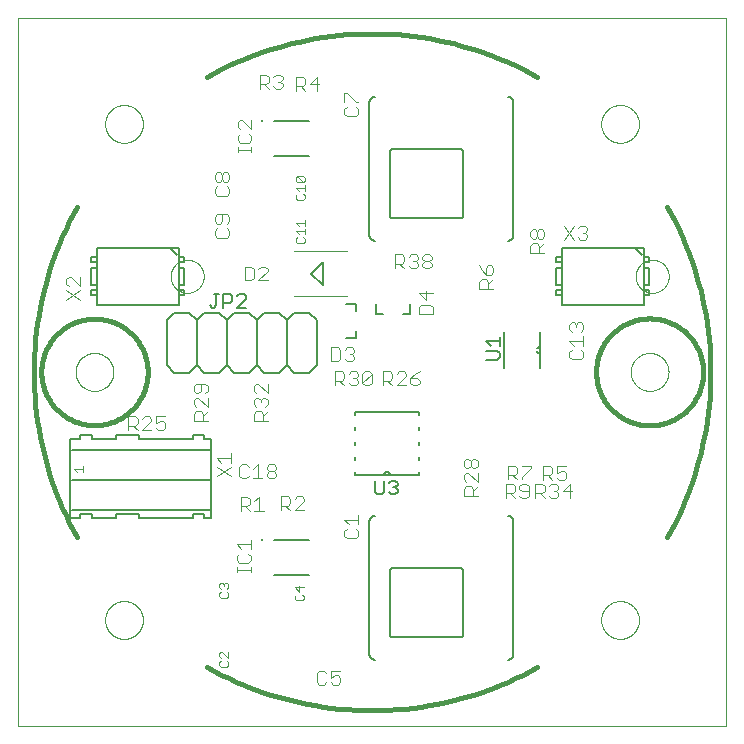
<source format=gto>
G75*
%MOIN*%
%OFA0B0*%
%FSLAX25Y25*%
%IPPOS*%
%LPD*%
%AMOC8*
5,1,8,0,0,1.08239X$1,22.5*
%
%ADD10C,0.00000*%
%ADD11C,0.01600*%
%ADD12C,0.00400*%
%ADD13C,0.00300*%
%ADD14C,0.00800*%
%ADD15C,0.00600*%
%ADD16C,0.00500*%
%ADD17C,0.01181*%
D10*
X0001000Y0001000D02*
X0001000Y0237220D01*
X0237220Y0237220D01*
X0237220Y0001000D01*
X0001000Y0001000D01*
X0030134Y0036433D02*
X0030136Y0036591D01*
X0030142Y0036749D01*
X0030152Y0036907D01*
X0030166Y0037065D01*
X0030184Y0037222D01*
X0030205Y0037379D01*
X0030231Y0037535D01*
X0030261Y0037691D01*
X0030294Y0037846D01*
X0030332Y0037999D01*
X0030373Y0038152D01*
X0030418Y0038304D01*
X0030467Y0038455D01*
X0030520Y0038604D01*
X0030576Y0038752D01*
X0030636Y0038898D01*
X0030700Y0039043D01*
X0030768Y0039186D01*
X0030839Y0039328D01*
X0030913Y0039468D01*
X0030991Y0039605D01*
X0031073Y0039741D01*
X0031157Y0039875D01*
X0031246Y0040006D01*
X0031337Y0040135D01*
X0031432Y0040262D01*
X0031529Y0040387D01*
X0031630Y0040509D01*
X0031734Y0040628D01*
X0031841Y0040745D01*
X0031951Y0040859D01*
X0032064Y0040970D01*
X0032179Y0041079D01*
X0032297Y0041184D01*
X0032418Y0041286D01*
X0032541Y0041386D01*
X0032667Y0041482D01*
X0032795Y0041575D01*
X0032925Y0041665D01*
X0033058Y0041751D01*
X0033193Y0041835D01*
X0033329Y0041914D01*
X0033468Y0041991D01*
X0033609Y0042063D01*
X0033751Y0042133D01*
X0033895Y0042198D01*
X0034041Y0042260D01*
X0034188Y0042318D01*
X0034337Y0042373D01*
X0034487Y0042424D01*
X0034638Y0042471D01*
X0034790Y0042514D01*
X0034943Y0042553D01*
X0035098Y0042589D01*
X0035253Y0042620D01*
X0035409Y0042648D01*
X0035565Y0042672D01*
X0035722Y0042692D01*
X0035880Y0042708D01*
X0036037Y0042720D01*
X0036196Y0042728D01*
X0036354Y0042732D01*
X0036512Y0042732D01*
X0036670Y0042728D01*
X0036829Y0042720D01*
X0036986Y0042708D01*
X0037144Y0042692D01*
X0037301Y0042672D01*
X0037457Y0042648D01*
X0037613Y0042620D01*
X0037768Y0042589D01*
X0037923Y0042553D01*
X0038076Y0042514D01*
X0038228Y0042471D01*
X0038379Y0042424D01*
X0038529Y0042373D01*
X0038678Y0042318D01*
X0038825Y0042260D01*
X0038971Y0042198D01*
X0039115Y0042133D01*
X0039257Y0042063D01*
X0039398Y0041991D01*
X0039537Y0041914D01*
X0039673Y0041835D01*
X0039808Y0041751D01*
X0039941Y0041665D01*
X0040071Y0041575D01*
X0040199Y0041482D01*
X0040325Y0041386D01*
X0040448Y0041286D01*
X0040569Y0041184D01*
X0040687Y0041079D01*
X0040802Y0040970D01*
X0040915Y0040859D01*
X0041025Y0040745D01*
X0041132Y0040628D01*
X0041236Y0040509D01*
X0041337Y0040387D01*
X0041434Y0040262D01*
X0041529Y0040135D01*
X0041620Y0040006D01*
X0041709Y0039875D01*
X0041793Y0039741D01*
X0041875Y0039605D01*
X0041953Y0039468D01*
X0042027Y0039328D01*
X0042098Y0039186D01*
X0042166Y0039043D01*
X0042230Y0038898D01*
X0042290Y0038752D01*
X0042346Y0038604D01*
X0042399Y0038455D01*
X0042448Y0038304D01*
X0042493Y0038152D01*
X0042534Y0037999D01*
X0042572Y0037846D01*
X0042605Y0037691D01*
X0042635Y0037535D01*
X0042661Y0037379D01*
X0042682Y0037222D01*
X0042700Y0037065D01*
X0042714Y0036907D01*
X0042724Y0036749D01*
X0042730Y0036591D01*
X0042732Y0036433D01*
X0042730Y0036275D01*
X0042724Y0036117D01*
X0042714Y0035959D01*
X0042700Y0035801D01*
X0042682Y0035644D01*
X0042661Y0035487D01*
X0042635Y0035331D01*
X0042605Y0035175D01*
X0042572Y0035020D01*
X0042534Y0034867D01*
X0042493Y0034714D01*
X0042448Y0034562D01*
X0042399Y0034411D01*
X0042346Y0034262D01*
X0042290Y0034114D01*
X0042230Y0033968D01*
X0042166Y0033823D01*
X0042098Y0033680D01*
X0042027Y0033538D01*
X0041953Y0033398D01*
X0041875Y0033261D01*
X0041793Y0033125D01*
X0041709Y0032991D01*
X0041620Y0032860D01*
X0041529Y0032731D01*
X0041434Y0032604D01*
X0041337Y0032479D01*
X0041236Y0032357D01*
X0041132Y0032238D01*
X0041025Y0032121D01*
X0040915Y0032007D01*
X0040802Y0031896D01*
X0040687Y0031787D01*
X0040569Y0031682D01*
X0040448Y0031580D01*
X0040325Y0031480D01*
X0040199Y0031384D01*
X0040071Y0031291D01*
X0039941Y0031201D01*
X0039808Y0031115D01*
X0039673Y0031031D01*
X0039537Y0030952D01*
X0039398Y0030875D01*
X0039257Y0030803D01*
X0039115Y0030733D01*
X0038971Y0030668D01*
X0038825Y0030606D01*
X0038678Y0030548D01*
X0038529Y0030493D01*
X0038379Y0030442D01*
X0038228Y0030395D01*
X0038076Y0030352D01*
X0037923Y0030313D01*
X0037768Y0030277D01*
X0037613Y0030246D01*
X0037457Y0030218D01*
X0037301Y0030194D01*
X0037144Y0030174D01*
X0036986Y0030158D01*
X0036829Y0030146D01*
X0036670Y0030138D01*
X0036512Y0030134D01*
X0036354Y0030134D01*
X0036196Y0030138D01*
X0036037Y0030146D01*
X0035880Y0030158D01*
X0035722Y0030174D01*
X0035565Y0030194D01*
X0035409Y0030218D01*
X0035253Y0030246D01*
X0035098Y0030277D01*
X0034943Y0030313D01*
X0034790Y0030352D01*
X0034638Y0030395D01*
X0034487Y0030442D01*
X0034337Y0030493D01*
X0034188Y0030548D01*
X0034041Y0030606D01*
X0033895Y0030668D01*
X0033751Y0030733D01*
X0033609Y0030803D01*
X0033468Y0030875D01*
X0033329Y0030952D01*
X0033193Y0031031D01*
X0033058Y0031115D01*
X0032925Y0031201D01*
X0032795Y0031291D01*
X0032667Y0031384D01*
X0032541Y0031480D01*
X0032418Y0031580D01*
X0032297Y0031682D01*
X0032179Y0031787D01*
X0032064Y0031896D01*
X0031951Y0032007D01*
X0031841Y0032121D01*
X0031734Y0032238D01*
X0031630Y0032357D01*
X0031529Y0032479D01*
X0031432Y0032604D01*
X0031337Y0032731D01*
X0031246Y0032860D01*
X0031157Y0032991D01*
X0031073Y0033125D01*
X0030991Y0033261D01*
X0030913Y0033398D01*
X0030839Y0033538D01*
X0030768Y0033680D01*
X0030700Y0033823D01*
X0030636Y0033968D01*
X0030576Y0034114D01*
X0030520Y0034262D01*
X0030467Y0034411D01*
X0030418Y0034562D01*
X0030373Y0034714D01*
X0030332Y0034867D01*
X0030294Y0035020D01*
X0030261Y0035175D01*
X0030231Y0035331D01*
X0030205Y0035487D01*
X0030184Y0035644D01*
X0030166Y0035801D01*
X0030152Y0035959D01*
X0030142Y0036117D01*
X0030136Y0036275D01*
X0030134Y0036433D01*
X0020292Y0119110D02*
X0020294Y0119268D01*
X0020300Y0119426D01*
X0020310Y0119584D01*
X0020324Y0119742D01*
X0020342Y0119899D01*
X0020363Y0120056D01*
X0020389Y0120212D01*
X0020419Y0120368D01*
X0020452Y0120523D01*
X0020490Y0120676D01*
X0020531Y0120829D01*
X0020576Y0120981D01*
X0020625Y0121132D01*
X0020678Y0121281D01*
X0020734Y0121429D01*
X0020794Y0121575D01*
X0020858Y0121720D01*
X0020926Y0121863D01*
X0020997Y0122005D01*
X0021071Y0122145D01*
X0021149Y0122282D01*
X0021231Y0122418D01*
X0021315Y0122552D01*
X0021404Y0122683D01*
X0021495Y0122812D01*
X0021590Y0122939D01*
X0021687Y0123064D01*
X0021788Y0123186D01*
X0021892Y0123305D01*
X0021999Y0123422D01*
X0022109Y0123536D01*
X0022222Y0123647D01*
X0022337Y0123756D01*
X0022455Y0123861D01*
X0022576Y0123963D01*
X0022699Y0124063D01*
X0022825Y0124159D01*
X0022953Y0124252D01*
X0023083Y0124342D01*
X0023216Y0124428D01*
X0023351Y0124512D01*
X0023487Y0124591D01*
X0023626Y0124668D01*
X0023767Y0124740D01*
X0023909Y0124810D01*
X0024053Y0124875D01*
X0024199Y0124937D01*
X0024346Y0124995D01*
X0024495Y0125050D01*
X0024645Y0125101D01*
X0024796Y0125148D01*
X0024948Y0125191D01*
X0025101Y0125230D01*
X0025256Y0125266D01*
X0025411Y0125297D01*
X0025567Y0125325D01*
X0025723Y0125349D01*
X0025880Y0125369D01*
X0026038Y0125385D01*
X0026195Y0125397D01*
X0026354Y0125405D01*
X0026512Y0125409D01*
X0026670Y0125409D01*
X0026828Y0125405D01*
X0026987Y0125397D01*
X0027144Y0125385D01*
X0027302Y0125369D01*
X0027459Y0125349D01*
X0027615Y0125325D01*
X0027771Y0125297D01*
X0027926Y0125266D01*
X0028081Y0125230D01*
X0028234Y0125191D01*
X0028386Y0125148D01*
X0028537Y0125101D01*
X0028687Y0125050D01*
X0028836Y0124995D01*
X0028983Y0124937D01*
X0029129Y0124875D01*
X0029273Y0124810D01*
X0029415Y0124740D01*
X0029556Y0124668D01*
X0029695Y0124591D01*
X0029831Y0124512D01*
X0029966Y0124428D01*
X0030099Y0124342D01*
X0030229Y0124252D01*
X0030357Y0124159D01*
X0030483Y0124063D01*
X0030606Y0123963D01*
X0030727Y0123861D01*
X0030845Y0123756D01*
X0030960Y0123647D01*
X0031073Y0123536D01*
X0031183Y0123422D01*
X0031290Y0123305D01*
X0031394Y0123186D01*
X0031495Y0123064D01*
X0031592Y0122939D01*
X0031687Y0122812D01*
X0031778Y0122683D01*
X0031867Y0122552D01*
X0031951Y0122418D01*
X0032033Y0122282D01*
X0032111Y0122145D01*
X0032185Y0122005D01*
X0032256Y0121863D01*
X0032324Y0121720D01*
X0032388Y0121575D01*
X0032448Y0121429D01*
X0032504Y0121281D01*
X0032557Y0121132D01*
X0032606Y0120981D01*
X0032651Y0120829D01*
X0032692Y0120676D01*
X0032730Y0120523D01*
X0032763Y0120368D01*
X0032793Y0120212D01*
X0032819Y0120056D01*
X0032840Y0119899D01*
X0032858Y0119742D01*
X0032872Y0119584D01*
X0032882Y0119426D01*
X0032888Y0119268D01*
X0032890Y0119110D01*
X0032888Y0118952D01*
X0032882Y0118794D01*
X0032872Y0118636D01*
X0032858Y0118478D01*
X0032840Y0118321D01*
X0032819Y0118164D01*
X0032793Y0118008D01*
X0032763Y0117852D01*
X0032730Y0117697D01*
X0032692Y0117544D01*
X0032651Y0117391D01*
X0032606Y0117239D01*
X0032557Y0117088D01*
X0032504Y0116939D01*
X0032448Y0116791D01*
X0032388Y0116645D01*
X0032324Y0116500D01*
X0032256Y0116357D01*
X0032185Y0116215D01*
X0032111Y0116075D01*
X0032033Y0115938D01*
X0031951Y0115802D01*
X0031867Y0115668D01*
X0031778Y0115537D01*
X0031687Y0115408D01*
X0031592Y0115281D01*
X0031495Y0115156D01*
X0031394Y0115034D01*
X0031290Y0114915D01*
X0031183Y0114798D01*
X0031073Y0114684D01*
X0030960Y0114573D01*
X0030845Y0114464D01*
X0030727Y0114359D01*
X0030606Y0114257D01*
X0030483Y0114157D01*
X0030357Y0114061D01*
X0030229Y0113968D01*
X0030099Y0113878D01*
X0029966Y0113792D01*
X0029831Y0113708D01*
X0029695Y0113629D01*
X0029556Y0113552D01*
X0029415Y0113480D01*
X0029273Y0113410D01*
X0029129Y0113345D01*
X0028983Y0113283D01*
X0028836Y0113225D01*
X0028687Y0113170D01*
X0028537Y0113119D01*
X0028386Y0113072D01*
X0028234Y0113029D01*
X0028081Y0112990D01*
X0027926Y0112954D01*
X0027771Y0112923D01*
X0027615Y0112895D01*
X0027459Y0112871D01*
X0027302Y0112851D01*
X0027144Y0112835D01*
X0026987Y0112823D01*
X0026828Y0112815D01*
X0026670Y0112811D01*
X0026512Y0112811D01*
X0026354Y0112815D01*
X0026195Y0112823D01*
X0026038Y0112835D01*
X0025880Y0112851D01*
X0025723Y0112871D01*
X0025567Y0112895D01*
X0025411Y0112923D01*
X0025256Y0112954D01*
X0025101Y0112990D01*
X0024948Y0113029D01*
X0024796Y0113072D01*
X0024645Y0113119D01*
X0024495Y0113170D01*
X0024346Y0113225D01*
X0024199Y0113283D01*
X0024053Y0113345D01*
X0023909Y0113410D01*
X0023767Y0113480D01*
X0023626Y0113552D01*
X0023487Y0113629D01*
X0023351Y0113708D01*
X0023216Y0113792D01*
X0023083Y0113878D01*
X0022953Y0113968D01*
X0022825Y0114061D01*
X0022699Y0114157D01*
X0022576Y0114257D01*
X0022455Y0114359D01*
X0022337Y0114464D01*
X0022222Y0114573D01*
X0022109Y0114684D01*
X0021999Y0114798D01*
X0021892Y0114915D01*
X0021788Y0115034D01*
X0021687Y0115156D01*
X0021590Y0115281D01*
X0021495Y0115408D01*
X0021404Y0115537D01*
X0021315Y0115668D01*
X0021231Y0115802D01*
X0021149Y0115938D01*
X0021071Y0116075D01*
X0020997Y0116215D01*
X0020926Y0116357D01*
X0020858Y0116500D01*
X0020794Y0116645D01*
X0020734Y0116791D01*
X0020678Y0116939D01*
X0020625Y0117088D01*
X0020576Y0117239D01*
X0020531Y0117391D01*
X0020490Y0117544D01*
X0020452Y0117697D01*
X0020419Y0117852D01*
X0020389Y0118008D01*
X0020363Y0118164D01*
X0020342Y0118321D01*
X0020324Y0118478D01*
X0020310Y0118636D01*
X0020300Y0118794D01*
X0020294Y0118952D01*
X0020292Y0119110D01*
X0051988Y0151000D02*
X0051990Y0151148D01*
X0051996Y0151296D01*
X0052006Y0151444D01*
X0052020Y0151591D01*
X0052038Y0151738D01*
X0052059Y0151884D01*
X0052085Y0152030D01*
X0052115Y0152175D01*
X0052148Y0152319D01*
X0052186Y0152462D01*
X0052227Y0152604D01*
X0052272Y0152745D01*
X0052320Y0152885D01*
X0052373Y0153024D01*
X0052429Y0153161D01*
X0052489Y0153296D01*
X0052552Y0153430D01*
X0052619Y0153562D01*
X0052690Y0153692D01*
X0052764Y0153820D01*
X0052841Y0153946D01*
X0052922Y0154070D01*
X0053006Y0154192D01*
X0053093Y0154311D01*
X0053184Y0154428D01*
X0053278Y0154543D01*
X0053374Y0154655D01*
X0053474Y0154765D01*
X0053576Y0154871D01*
X0053682Y0154975D01*
X0053790Y0155076D01*
X0053901Y0155174D01*
X0054014Y0155270D01*
X0054130Y0155362D01*
X0054248Y0155451D01*
X0054369Y0155536D01*
X0054492Y0155619D01*
X0054617Y0155698D01*
X0054744Y0155774D01*
X0054873Y0155846D01*
X0055004Y0155915D01*
X0055137Y0155980D01*
X0055272Y0156041D01*
X0055408Y0156099D01*
X0055545Y0156154D01*
X0055684Y0156204D01*
X0055825Y0156251D01*
X0055966Y0156294D01*
X0056109Y0156334D01*
X0056253Y0156369D01*
X0056397Y0156401D01*
X0056543Y0156428D01*
X0056689Y0156452D01*
X0056836Y0156472D01*
X0056983Y0156488D01*
X0057130Y0156500D01*
X0057278Y0156508D01*
X0057426Y0156512D01*
X0057574Y0156512D01*
X0057722Y0156508D01*
X0057870Y0156500D01*
X0058017Y0156488D01*
X0058164Y0156472D01*
X0058311Y0156452D01*
X0058457Y0156428D01*
X0058603Y0156401D01*
X0058747Y0156369D01*
X0058891Y0156334D01*
X0059034Y0156294D01*
X0059175Y0156251D01*
X0059316Y0156204D01*
X0059455Y0156154D01*
X0059592Y0156099D01*
X0059728Y0156041D01*
X0059863Y0155980D01*
X0059996Y0155915D01*
X0060127Y0155846D01*
X0060256Y0155774D01*
X0060383Y0155698D01*
X0060508Y0155619D01*
X0060631Y0155536D01*
X0060752Y0155451D01*
X0060870Y0155362D01*
X0060986Y0155270D01*
X0061099Y0155174D01*
X0061210Y0155076D01*
X0061318Y0154975D01*
X0061424Y0154871D01*
X0061526Y0154765D01*
X0061626Y0154655D01*
X0061722Y0154543D01*
X0061816Y0154428D01*
X0061907Y0154311D01*
X0061994Y0154192D01*
X0062078Y0154070D01*
X0062159Y0153946D01*
X0062236Y0153820D01*
X0062310Y0153692D01*
X0062381Y0153562D01*
X0062448Y0153430D01*
X0062511Y0153296D01*
X0062571Y0153161D01*
X0062627Y0153024D01*
X0062680Y0152885D01*
X0062728Y0152745D01*
X0062773Y0152604D01*
X0062814Y0152462D01*
X0062852Y0152319D01*
X0062885Y0152175D01*
X0062915Y0152030D01*
X0062941Y0151884D01*
X0062962Y0151738D01*
X0062980Y0151591D01*
X0062994Y0151444D01*
X0063004Y0151296D01*
X0063010Y0151148D01*
X0063012Y0151000D01*
X0063010Y0150852D01*
X0063004Y0150704D01*
X0062994Y0150556D01*
X0062980Y0150409D01*
X0062962Y0150262D01*
X0062941Y0150116D01*
X0062915Y0149970D01*
X0062885Y0149825D01*
X0062852Y0149681D01*
X0062814Y0149538D01*
X0062773Y0149396D01*
X0062728Y0149255D01*
X0062680Y0149115D01*
X0062627Y0148976D01*
X0062571Y0148839D01*
X0062511Y0148704D01*
X0062448Y0148570D01*
X0062381Y0148438D01*
X0062310Y0148308D01*
X0062236Y0148180D01*
X0062159Y0148054D01*
X0062078Y0147930D01*
X0061994Y0147808D01*
X0061907Y0147689D01*
X0061816Y0147572D01*
X0061722Y0147457D01*
X0061626Y0147345D01*
X0061526Y0147235D01*
X0061424Y0147129D01*
X0061318Y0147025D01*
X0061210Y0146924D01*
X0061099Y0146826D01*
X0060986Y0146730D01*
X0060870Y0146638D01*
X0060752Y0146549D01*
X0060631Y0146464D01*
X0060508Y0146381D01*
X0060383Y0146302D01*
X0060256Y0146226D01*
X0060127Y0146154D01*
X0059996Y0146085D01*
X0059863Y0146020D01*
X0059728Y0145959D01*
X0059592Y0145901D01*
X0059455Y0145846D01*
X0059316Y0145796D01*
X0059175Y0145749D01*
X0059034Y0145706D01*
X0058891Y0145666D01*
X0058747Y0145631D01*
X0058603Y0145599D01*
X0058457Y0145572D01*
X0058311Y0145548D01*
X0058164Y0145528D01*
X0058017Y0145512D01*
X0057870Y0145500D01*
X0057722Y0145492D01*
X0057574Y0145488D01*
X0057426Y0145488D01*
X0057278Y0145492D01*
X0057130Y0145500D01*
X0056983Y0145512D01*
X0056836Y0145528D01*
X0056689Y0145548D01*
X0056543Y0145572D01*
X0056397Y0145599D01*
X0056253Y0145631D01*
X0056109Y0145666D01*
X0055966Y0145706D01*
X0055825Y0145749D01*
X0055684Y0145796D01*
X0055545Y0145846D01*
X0055408Y0145901D01*
X0055272Y0145959D01*
X0055137Y0146020D01*
X0055004Y0146085D01*
X0054873Y0146154D01*
X0054744Y0146226D01*
X0054617Y0146302D01*
X0054492Y0146381D01*
X0054369Y0146464D01*
X0054248Y0146549D01*
X0054130Y0146638D01*
X0054014Y0146730D01*
X0053901Y0146826D01*
X0053790Y0146924D01*
X0053682Y0147025D01*
X0053576Y0147129D01*
X0053474Y0147235D01*
X0053374Y0147345D01*
X0053278Y0147457D01*
X0053184Y0147572D01*
X0053093Y0147689D01*
X0053006Y0147808D01*
X0052922Y0147930D01*
X0052841Y0148054D01*
X0052764Y0148180D01*
X0052690Y0148308D01*
X0052619Y0148438D01*
X0052552Y0148570D01*
X0052489Y0148704D01*
X0052429Y0148839D01*
X0052373Y0148976D01*
X0052320Y0149115D01*
X0052272Y0149255D01*
X0052227Y0149396D01*
X0052186Y0149538D01*
X0052148Y0149681D01*
X0052115Y0149825D01*
X0052085Y0149970D01*
X0052059Y0150116D01*
X0052038Y0150262D01*
X0052020Y0150409D01*
X0052006Y0150556D01*
X0051996Y0150704D01*
X0051990Y0150852D01*
X0051988Y0151000D01*
X0030134Y0201787D02*
X0030136Y0201945D01*
X0030142Y0202103D01*
X0030152Y0202261D01*
X0030166Y0202419D01*
X0030184Y0202576D01*
X0030205Y0202733D01*
X0030231Y0202889D01*
X0030261Y0203045D01*
X0030294Y0203200D01*
X0030332Y0203353D01*
X0030373Y0203506D01*
X0030418Y0203658D01*
X0030467Y0203809D01*
X0030520Y0203958D01*
X0030576Y0204106D01*
X0030636Y0204252D01*
X0030700Y0204397D01*
X0030768Y0204540D01*
X0030839Y0204682D01*
X0030913Y0204822D01*
X0030991Y0204959D01*
X0031073Y0205095D01*
X0031157Y0205229D01*
X0031246Y0205360D01*
X0031337Y0205489D01*
X0031432Y0205616D01*
X0031529Y0205741D01*
X0031630Y0205863D01*
X0031734Y0205982D01*
X0031841Y0206099D01*
X0031951Y0206213D01*
X0032064Y0206324D01*
X0032179Y0206433D01*
X0032297Y0206538D01*
X0032418Y0206640D01*
X0032541Y0206740D01*
X0032667Y0206836D01*
X0032795Y0206929D01*
X0032925Y0207019D01*
X0033058Y0207105D01*
X0033193Y0207189D01*
X0033329Y0207268D01*
X0033468Y0207345D01*
X0033609Y0207417D01*
X0033751Y0207487D01*
X0033895Y0207552D01*
X0034041Y0207614D01*
X0034188Y0207672D01*
X0034337Y0207727D01*
X0034487Y0207778D01*
X0034638Y0207825D01*
X0034790Y0207868D01*
X0034943Y0207907D01*
X0035098Y0207943D01*
X0035253Y0207974D01*
X0035409Y0208002D01*
X0035565Y0208026D01*
X0035722Y0208046D01*
X0035880Y0208062D01*
X0036037Y0208074D01*
X0036196Y0208082D01*
X0036354Y0208086D01*
X0036512Y0208086D01*
X0036670Y0208082D01*
X0036829Y0208074D01*
X0036986Y0208062D01*
X0037144Y0208046D01*
X0037301Y0208026D01*
X0037457Y0208002D01*
X0037613Y0207974D01*
X0037768Y0207943D01*
X0037923Y0207907D01*
X0038076Y0207868D01*
X0038228Y0207825D01*
X0038379Y0207778D01*
X0038529Y0207727D01*
X0038678Y0207672D01*
X0038825Y0207614D01*
X0038971Y0207552D01*
X0039115Y0207487D01*
X0039257Y0207417D01*
X0039398Y0207345D01*
X0039537Y0207268D01*
X0039673Y0207189D01*
X0039808Y0207105D01*
X0039941Y0207019D01*
X0040071Y0206929D01*
X0040199Y0206836D01*
X0040325Y0206740D01*
X0040448Y0206640D01*
X0040569Y0206538D01*
X0040687Y0206433D01*
X0040802Y0206324D01*
X0040915Y0206213D01*
X0041025Y0206099D01*
X0041132Y0205982D01*
X0041236Y0205863D01*
X0041337Y0205741D01*
X0041434Y0205616D01*
X0041529Y0205489D01*
X0041620Y0205360D01*
X0041709Y0205229D01*
X0041793Y0205095D01*
X0041875Y0204959D01*
X0041953Y0204822D01*
X0042027Y0204682D01*
X0042098Y0204540D01*
X0042166Y0204397D01*
X0042230Y0204252D01*
X0042290Y0204106D01*
X0042346Y0203958D01*
X0042399Y0203809D01*
X0042448Y0203658D01*
X0042493Y0203506D01*
X0042534Y0203353D01*
X0042572Y0203200D01*
X0042605Y0203045D01*
X0042635Y0202889D01*
X0042661Y0202733D01*
X0042682Y0202576D01*
X0042700Y0202419D01*
X0042714Y0202261D01*
X0042724Y0202103D01*
X0042730Y0201945D01*
X0042732Y0201787D01*
X0042730Y0201629D01*
X0042724Y0201471D01*
X0042714Y0201313D01*
X0042700Y0201155D01*
X0042682Y0200998D01*
X0042661Y0200841D01*
X0042635Y0200685D01*
X0042605Y0200529D01*
X0042572Y0200374D01*
X0042534Y0200221D01*
X0042493Y0200068D01*
X0042448Y0199916D01*
X0042399Y0199765D01*
X0042346Y0199616D01*
X0042290Y0199468D01*
X0042230Y0199322D01*
X0042166Y0199177D01*
X0042098Y0199034D01*
X0042027Y0198892D01*
X0041953Y0198752D01*
X0041875Y0198615D01*
X0041793Y0198479D01*
X0041709Y0198345D01*
X0041620Y0198214D01*
X0041529Y0198085D01*
X0041434Y0197958D01*
X0041337Y0197833D01*
X0041236Y0197711D01*
X0041132Y0197592D01*
X0041025Y0197475D01*
X0040915Y0197361D01*
X0040802Y0197250D01*
X0040687Y0197141D01*
X0040569Y0197036D01*
X0040448Y0196934D01*
X0040325Y0196834D01*
X0040199Y0196738D01*
X0040071Y0196645D01*
X0039941Y0196555D01*
X0039808Y0196469D01*
X0039673Y0196385D01*
X0039537Y0196306D01*
X0039398Y0196229D01*
X0039257Y0196157D01*
X0039115Y0196087D01*
X0038971Y0196022D01*
X0038825Y0195960D01*
X0038678Y0195902D01*
X0038529Y0195847D01*
X0038379Y0195796D01*
X0038228Y0195749D01*
X0038076Y0195706D01*
X0037923Y0195667D01*
X0037768Y0195631D01*
X0037613Y0195600D01*
X0037457Y0195572D01*
X0037301Y0195548D01*
X0037144Y0195528D01*
X0036986Y0195512D01*
X0036829Y0195500D01*
X0036670Y0195492D01*
X0036512Y0195488D01*
X0036354Y0195488D01*
X0036196Y0195492D01*
X0036037Y0195500D01*
X0035880Y0195512D01*
X0035722Y0195528D01*
X0035565Y0195548D01*
X0035409Y0195572D01*
X0035253Y0195600D01*
X0035098Y0195631D01*
X0034943Y0195667D01*
X0034790Y0195706D01*
X0034638Y0195749D01*
X0034487Y0195796D01*
X0034337Y0195847D01*
X0034188Y0195902D01*
X0034041Y0195960D01*
X0033895Y0196022D01*
X0033751Y0196087D01*
X0033609Y0196157D01*
X0033468Y0196229D01*
X0033329Y0196306D01*
X0033193Y0196385D01*
X0033058Y0196469D01*
X0032925Y0196555D01*
X0032795Y0196645D01*
X0032667Y0196738D01*
X0032541Y0196834D01*
X0032418Y0196934D01*
X0032297Y0197036D01*
X0032179Y0197141D01*
X0032064Y0197250D01*
X0031951Y0197361D01*
X0031841Y0197475D01*
X0031734Y0197592D01*
X0031630Y0197711D01*
X0031529Y0197833D01*
X0031432Y0197958D01*
X0031337Y0198085D01*
X0031246Y0198214D01*
X0031157Y0198345D01*
X0031073Y0198479D01*
X0030991Y0198615D01*
X0030913Y0198752D01*
X0030839Y0198892D01*
X0030768Y0199034D01*
X0030700Y0199177D01*
X0030636Y0199322D01*
X0030576Y0199468D01*
X0030520Y0199616D01*
X0030467Y0199765D01*
X0030418Y0199916D01*
X0030373Y0200068D01*
X0030332Y0200221D01*
X0030294Y0200374D01*
X0030261Y0200529D01*
X0030231Y0200685D01*
X0030205Y0200841D01*
X0030184Y0200998D01*
X0030166Y0201155D01*
X0030152Y0201313D01*
X0030142Y0201471D01*
X0030136Y0201629D01*
X0030134Y0201787D01*
X0195488Y0201787D02*
X0195490Y0201945D01*
X0195496Y0202103D01*
X0195506Y0202261D01*
X0195520Y0202419D01*
X0195538Y0202576D01*
X0195559Y0202733D01*
X0195585Y0202889D01*
X0195615Y0203045D01*
X0195648Y0203200D01*
X0195686Y0203353D01*
X0195727Y0203506D01*
X0195772Y0203658D01*
X0195821Y0203809D01*
X0195874Y0203958D01*
X0195930Y0204106D01*
X0195990Y0204252D01*
X0196054Y0204397D01*
X0196122Y0204540D01*
X0196193Y0204682D01*
X0196267Y0204822D01*
X0196345Y0204959D01*
X0196427Y0205095D01*
X0196511Y0205229D01*
X0196600Y0205360D01*
X0196691Y0205489D01*
X0196786Y0205616D01*
X0196883Y0205741D01*
X0196984Y0205863D01*
X0197088Y0205982D01*
X0197195Y0206099D01*
X0197305Y0206213D01*
X0197418Y0206324D01*
X0197533Y0206433D01*
X0197651Y0206538D01*
X0197772Y0206640D01*
X0197895Y0206740D01*
X0198021Y0206836D01*
X0198149Y0206929D01*
X0198279Y0207019D01*
X0198412Y0207105D01*
X0198547Y0207189D01*
X0198683Y0207268D01*
X0198822Y0207345D01*
X0198963Y0207417D01*
X0199105Y0207487D01*
X0199249Y0207552D01*
X0199395Y0207614D01*
X0199542Y0207672D01*
X0199691Y0207727D01*
X0199841Y0207778D01*
X0199992Y0207825D01*
X0200144Y0207868D01*
X0200297Y0207907D01*
X0200452Y0207943D01*
X0200607Y0207974D01*
X0200763Y0208002D01*
X0200919Y0208026D01*
X0201076Y0208046D01*
X0201234Y0208062D01*
X0201391Y0208074D01*
X0201550Y0208082D01*
X0201708Y0208086D01*
X0201866Y0208086D01*
X0202024Y0208082D01*
X0202183Y0208074D01*
X0202340Y0208062D01*
X0202498Y0208046D01*
X0202655Y0208026D01*
X0202811Y0208002D01*
X0202967Y0207974D01*
X0203122Y0207943D01*
X0203277Y0207907D01*
X0203430Y0207868D01*
X0203582Y0207825D01*
X0203733Y0207778D01*
X0203883Y0207727D01*
X0204032Y0207672D01*
X0204179Y0207614D01*
X0204325Y0207552D01*
X0204469Y0207487D01*
X0204611Y0207417D01*
X0204752Y0207345D01*
X0204891Y0207268D01*
X0205027Y0207189D01*
X0205162Y0207105D01*
X0205295Y0207019D01*
X0205425Y0206929D01*
X0205553Y0206836D01*
X0205679Y0206740D01*
X0205802Y0206640D01*
X0205923Y0206538D01*
X0206041Y0206433D01*
X0206156Y0206324D01*
X0206269Y0206213D01*
X0206379Y0206099D01*
X0206486Y0205982D01*
X0206590Y0205863D01*
X0206691Y0205741D01*
X0206788Y0205616D01*
X0206883Y0205489D01*
X0206974Y0205360D01*
X0207063Y0205229D01*
X0207147Y0205095D01*
X0207229Y0204959D01*
X0207307Y0204822D01*
X0207381Y0204682D01*
X0207452Y0204540D01*
X0207520Y0204397D01*
X0207584Y0204252D01*
X0207644Y0204106D01*
X0207700Y0203958D01*
X0207753Y0203809D01*
X0207802Y0203658D01*
X0207847Y0203506D01*
X0207888Y0203353D01*
X0207926Y0203200D01*
X0207959Y0203045D01*
X0207989Y0202889D01*
X0208015Y0202733D01*
X0208036Y0202576D01*
X0208054Y0202419D01*
X0208068Y0202261D01*
X0208078Y0202103D01*
X0208084Y0201945D01*
X0208086Y0201787D01*
X0208084Y0201629D01*
X0208078Y0201471D01*
X0208068Y0201313D01*
X0208054Y0201155D01*
X0208036Y0200998D01*
X0208015Y0200841D01*
X0207989Y0200685D01*
X0207959Y0200529D01*
X0207926Y0200374D01*
X0207888Y0200221D01*
X0207847Y0200068D01*
X0207802Y0199916D01*
X0207753Y0199765D01*
X0207700Y0199616D01*
X0207644Y0199468D01*
X0207584Y0199322D01*
X0207520Y0199177D01*
X0207452Y0199034D01*
X0207381Y0198892D01*
X0207307Y0198752D01*
X0207229Y0198615D01*
X0207147Y0198479D01*
X0207063Y0198345D01*
X0206974Y0198214D01*
X0206883Y0198085D01*
X0206788Y0197958D01*
X0206691Y0197833D01*
X0206590Y0197711D01*
X0206486Y0197592D01*
X0206379Y0197475D01*
X0206269Y0197361D01*
X0206156Y0197250D01*
X0206041Y0197141D01*
X0205923Y0197036D01*
X0205802Y0196934D01*
X0205679Y0196834D01*
X0205553Y0196738D01*
X0205425Y0196645D01*
X0205295Y0196555D01*
X0205162Y0196469D01*
X0205027Y0196385D01*
X0204891Y0196306D01*
X0204752Y0196229D01*
X0204611Y0196157D01*
X0204469Y0196087D01*
X0204325Y0196022D01*
X0204179Y0195960D01*
X0204032Y0195902D01*
X0203883Y0195847D01*
X0203733Y0195796D01*
X0203582Y0195749D01*
X0203430Y0195706D01*
X0203277Y0195667D01*
X0203122Y0195631D01*
X0202967Y0195600D01*
X0202811Y0195572D01*
X0202655Y0195548D01*
X0202498Y0195528D01*
X0202340Y0195512D01*
X0202183Y0195500D01*
X0202024Y0195492D01*
X0201866Y0195488D01*
X0201708Y0195488D01*
X0201550Y0195492D01*
X0201391Y0195500D01*
X0201234Y0195512D01*
X0201076Y0195528D01*
X0200919Y0195548D01*
X0200763Y0195572D01*
X0200607Y0195600D01*
X0200452Y0195631D01*
X0200297Y0195667D01*
X0200144Y0195706D01*
X0199992Y0195749D01*
X0199841Y0195796D01*
X0199691Y0195847D01*
X0199542Y0195902D01*
X0199395Y0195960D01*
X0199249Y0196022D01*
X0199105Y0196087D01*
X0198963Y0196157D01*
X0198822Y0196229D01*
X0198683Y0196306D01*
X0198547Y0196385D01*
X0198412Y0196469D01*
X0198279Y0196555D01*
X0198149Y0196645D01*
X0198021Y0196738D01*
X0197895Y0196834D01*
X0197772Y0196934D01*
X0197651Y0197036D01*
X0197533Y0197141D01*
X0197418Y0197250D01*
X0197305Y0197361D01*
X0197195Y0197475D01*
X0197088Y0197592D01*
X0196984Y0197711D01*
X0196883Y0197833D01*
X0196786Y0197958D01*
X0196691Y0198085D01*
X0196600Y0198214D01*
X0196511Y0198345D01*
X0196427Y0198479D01*
X0196345Y0198615D01*
X0196267Y0198752D01*
X0196193Y0198892D01*
X0196122Y0199034D01*
X0196054Y0199177D01*
X0195990Y0199322D01*
X0195930Y0199468D01*
X0195874Y0199616D01*
X0195821Y0199765D01*
X0195772Y0199916D01*
X0195727Y0200068D01*
X0195686Y0200221D01*
X0195648Y0200374D01*
X0195615Y0200529D01*
X0195585Y0200685D01*
X0195559Y0200841D01*
X0195538Y0200998D01*
X0195520Y0201155D01*
X0195506Y0201313D01*
X0195496Y0201471D01*
X0195490Y0201629D01*
X0195488Y0201787D01*
X0206988Y0151000D02*
X0206990Y0151148D01*
X0206996Y0151296D01*
X0207006Y0151444D01*
X0207020Y0151591D01*
X0207038Y0151738D01*
X0207059Y0151884D01*
X0207085Y0152030D01*
X0207115Y0152175D01*
X0207148Y0152319D01*
X0207186Y0152462D01*
X0207227Y0152604D01*
X0207272Y0152745D01*
X0207320Y0152885D01*
X0207373Y0153024D01*
X0207429Y0153161D01*
X0207489Y0153296D01*
X0207552Y0153430D01*
X0207619Y0153562D01*
X0207690Y0153692D01*
X0207764Y0153820D01*
X0207841Y0153946D01*
X0207922Y0154070D01*
X0208006Y0154192D01*
X0208093Y0154311D01*
X0208184Y0154428D01*
X0208278Y0154543D01*
X0208374Y0154655D01*
X0208474Y0154765D01*
X0208576Y0154871D01*
X0208682Y0154975D01*
X0208790Y0155076D01*
X0208901Y0155174D01*
X0209014Y0155270D01*
X0209130Y0155362D01*
X0209248Y0155451D01*
X0209369Y0155536D01*
X0209492Y0155619D01*
X0209617Y0155698D01*
X0209744Y0155774D01*
X0209873Y0155846D01*
X0210004Y0155915D01*
X0210137Y0155980D01*
X0210272Y0156041D01*
X0210408Y0156099D01*
X0210545Y0156154D01*
X0210684Y0156204D01*
X0210825Y0156251D01*
X0210966Y0156294D01*
X0211109Y0156334D01*
X0211253Y0156369D01*
X0211397Y0156401D01*
X0211543Y0156428D01*
X0211689Y0156452D01*
X0211836Y0156472D01*
X0211983Y0156488D01*
X0212130Y0156500D01*
X0212278Y0156508D01*
X0212426Y0156512D01*
X0212574Y0156512D01*
X0212722Y0156508D01*
X0212870Y0156500D01*
X0213017Y0156488D01*
X0213164Y0156472D01*
X0213311Y0156452D01*
X0213457Y0156428D01*
X0213603Y0156401D01*
X0213747Y0156369D01*
X0213891Y0156334D01*
X0214034Y0156294D01*
X0214175Y0156251D01*
X0214316Y0156204D01*
X0214455Y0156154D01*
X0214592Y0156099D01*
X0214728Y0156041D01*
X0214863Y0155980D01*
X0214996Y0155915D01*
X0215127Y0155846D01*
X0215256Y0155774D01*
X0215383Y0155698D01*
X0215508Y0155619D01*
X0215631Y0155536D01*
X0215752Y0155451D01*
X0215870Y0155362D01*
X0215986Y0155270D01*
X0216099Y0155174D01*
X0216210Y0155076D01*
X0216318Y0154975D01*
X0216424Y0154871D01*
X0216526Y0154765D01*
X0216626Y0154655D01*
X0216722Y0154543D01*
X0216816Y0154428D01*
X0216907Y0154311D01*
X0216994Y0154192D01*
X0217078Y0154070D01*
X0217159Y0153946D01*
X0217236Y0153820D01*
X0217310Y0153692D01*
X0217381Y0153562D01*
X0217448Y0153430D01*
X0217511Y0153296D01*
X0217571Y0153161D01*
X0217627Y0153024D01*
X0217680Y0152885D01*
X0217728Y0152745D01*
X0217773Y0152604D01*
X0217814Y0152462D01*
X0217852Y0152319D01*
X0217885Y0152175D01*
X0217915Y0152030D01*
X0217941Y0151884D01*
X0217962Y0151738D01*
X0217980Y0151591D01*
X0217994Y0151444D01*
X0218004Y0151296D01*
X0218010Y0151148D01*
X0218012Y0151000D01*
X0218010Y0150852D01*
X0218004Y0150704D01*
X0217994Y0150556D01*
X0217980Y0150409D01*
X0217962Y0150262D01*
X0217941Y0150116D01*
X0217915Y0149970D01*
X0217885Y0149825D01*
X0217852Y0149681D01*
X0217814Y0149538D01*
X0217773Y0149396D01*
X0217728Y0149255D01*
X0217680Y0149115D01*
X0217627Y0148976D01*
X0217571Y0148839D01*
X0217511Y0148704D01*
X0217448Y0148570D01*
X0217381Y0148438D01*
X0217310Y0148308D01*
X0217236Y0148180D01*
X0217159Y0148054D01*
X0217078Y0147930D01*
X0216994Y0147808D01*
X0216907Y0147689D01*
X0216816Y0147572D01*
X0216722Y0147457D01*
X0216626Y0147345D01*
X0216526Y0147235D01*
X0216424Y0147129D01*
X0216318Y0147025D01*
X0216210Y0146924D01*
X0216099Y0146826D01*
X0215986Y0146730D01*
X0215870Y0146638D01*
X0215752Y0146549D01*
X0215631Y0146464D01*
X0215508Y0146381D01*
X0215383Y0146302D01*
X0215256Y0146226D01*
X0215127Y0146154D01*
X0214996Y0146085D01*
X0214863Y0146020D01*
X0214728Y0145959D01*
X0214592Y0145901D01*
X0214455Y0145846D01*
X0214316Y0145796D01*
X0214175Y0145749D01*
X0214034Y0145706D01*
X0213891Y0145666D01*
X0213747Y0145631D01*
X0213603Y0145599D01*
X0213457Y0145572D01*
X0213311Y0145548D01*
X0213164Y0145528D01*
X0213017Y0145512D01*
X0212870Y0145500D01*
X0212722Y0145492D01*
X0212574Y0145488D01*
X0212426Y0145488D01*
X0212278Y0145492D01*
X0212130Y0145500D01*
X0211983Y0145512D01*
X0211836Y0145528D01*
X0211689Y0145548D01*
X0211543Y0145572D01*
X0211397Y0145599D01*
X0211253Y0145631D01*
X0211109Y0145666D01*
X0210966Y0145706D01*
X0210825Y0145749D01*
X0210684Y0145796D01*
X0210545Y0145846D01*
X0210408Y0145901D01*
X0210272Y0145959D01*
X0210137Y0146020D01*
X0210004Y0146085D01*
X0209873Y0146154D01*
X0209744Y0146226D01*
X0209617Y0146302D01*
X0209492Y0146381D01*
X0209369Y0146464D01*
X0209248Y0146549D01*
X0209130Y0146638D01*
X0209014Y0146730D01*
X0208901Y0146826D01*
X0208790Y0146924D01*
X0208682Y0147025D01*
X0208576Y0147129D01*
X0208474Y0147235D01*
X0208374Y0147345D01*
X0208278Y0147457D01*
X0208184Y0147572D01*
X0208093Y0147689D01*
X0208006Y0147808D01*
X0207922Y0147930D01*
X0207841Y0148054D01*
X0207764Y0148180D01*
X0207690Y0148308D01*
X0207619Y0148438D01*
X0207552Y0148570D01*
X0207489Y0148704D01*
X0207429Y0148839D01*
X0207373Y0148976D01*
X0207320Y0149115D01*
X0207272Y0149255D01*
X0207227Y0149396D01*
X0207186Y0149538D01*
X0207148Y0149681D01*
X0207115Y0149825D01*
X0207085Y0149970D01*
X0207059Y0150116D01*
X0207038Y0150262D01*
X0207020Y0150409D01*
X0207006Y0150556D01*
X0206996Y0150704D01*
X0206990Y0150852D01*
X0206988Y0151000D01*
X0205331Y0119110D02*
X0205333Y0119268D01*
X0205339Y0119426D01*
X0205349Y0119584D01*
X0205363Y0119742D01*
X0205381Y0119899D01*
X0205402Y0120056D01*
X0205428Y0120212D01*
X0205458Y0120368D01*
X0205491Y0120523D01*
X0205529Y0120676D01*
X0205570Y0120829D01*
X0205615Y0120981D01*
X0205664Y0121132D01*
X0205717Y0121281D01*
X0205773Y0121429D01*
X0205833Y0121575D01*
X0205897Y0121720D01*
X0205965Y0121863D01*
X0206036Y0122005D01*
X0206110Y0122145D01*
X0206188Y0122282D01*
X0206270Y0122418D01*
X0206354Y0122552D01*
X0206443Y0122683D01*
X0206534Y0122812D01*
X0206629Y0122939D01*
X0206726Y0123064D01*
X0206827Y0123186D01*
X0206931Y0123305D01*
X0207038Y0123422D01*
X0207148Y0123536D01*
X0207261Y0123647D01*
X0207376Y0123756D01*
X0207494Y0123861D01*
X0207615Y0123963D01*
X0207738Y0124063D01*
X0207864Y0124159D01*
X0207992Y0124252D01*
X0208122Y0124342D01*
X0208255Y0124428D01*
X0208390Y0124512D01*
X0208526Y0124591D01*
X0208665Y0124668D01*
X0208806Y0124740D01*
X0208948Y0124810D01*
X0209092Y0124875D01*
X0209238Y0124937D01*
X0209385Y0124995D01*
X0209534Y0125050D01*
X0209684Y0125101D01*
X0209835Y0125148D01*
X0209987Y0125191D01*
X0210140Y0125230D01*
X0210295Y0125266D01*
X0210450Y0125297D01*
X0210606Y0125325D01*
X0210762Y0125349D01*
X0210919Y0125369D01*
X0211077Y0125385D01*
X0211234Y0125397D01*
X0211393Y0125405D01*
X0211551Y0125409D01*
X0211709Y0125409D01*
X0211867Y0125405D01*
X0212026Y0125397D01*
X0212183Y0125385D01*
X0212341Y0125369D01*
X0212498Y0125349D01*
X0212654Y0125325D01*
X0212810Y0125297D01*
X0212965Y0125266D01*
X0213120Y0125230D01*
X0213273Y0125191D01*
X0213425Y0125148D01*
X0213576Y0125101D01*
X0213726Y0125050D01*
X0213875Y0124995D01*
X0214022Y0124937D01*
X0214168Y0124875D01*
X0214312Y0124810D01*
X0214454Y0124740D01*
X0214595Y0124668D01*
X0214734Y0124591D01*
X0214870Y0124512D01*
X0215005Y0124428D01*
X0215138Y0124342D01*
X0215268Y0124252D01*
X0215396Y0124159D01*
X0215522Y0124063D01*
X0215645Y0123963D01*
X0215766Y0123861D01*
X0215884Y0123756D01*
X0215999Y0123647D01*
X0216112Y0123536D01*
X0216222Y0123422D01*
X0216329Y0123305D01*
X0216433Y0123186D01*
X0216534Y0123064D01*
X0216631Y0122939D01*
X0216726Y0122812D01*
X0216817Y0122683D01*
X0216906Y0122552D01*
X0216990Y0122418D01*
X0217072Y0122282D01*
X0217150Y0122145D01*
X0217224Y0122005D01*
X0217295Y0121863D01*
X0217363Y0121720D01*
X0217427Y0121575D01*
X0217487Y0121429D01*
X0217543Y0121281D01*
X0217596Y0121132D01*
X0217645Y0120981D01*
X0217690Y0120829D01*
X0217731Y0120676D01*
X0217769Y0120523D01*
X0217802Y0120368D01*
X0217832Y0120212D01*
X0217858Y0120056D01*
X0217879Y0119899D01*
X0217897Y0119742D01*
X0217911Y0119584D01*
X0217921Y0119426D01*
X0217927Y0119268D01*
X0217929Y0119110D01*
X0217927Y0118952D01*
X0217921Y0118794D01*
X0217911Y0118636D01*
X0217897Y0118478D01*
X0217879Y0118321D01*
X0217858Y0118164D01*
X0217832Y0118008D01*
X0217802Y0117852D01*
X0217769Y0117697D01*
X0217731Y0117544D01*
X0217690Y0117391D01*
X0217645Y0117239D01*
X0217596Y0117088D01*
X0217543Y0116939D01*
X0217487Y0116791D01*
X0217427Y0116645D01*
X0217363Y0116500D01*
X0217295Y0116357D01*
X0217224Y0116215D01*
X0217150Y0116075D01*
X0217072Y0115938D01*
X0216990Y0115802D01*
X0216906Y0115668D01*
X0216817Y0115537D01*
X0216726Y0115408D01*
X0216631Y0115281D01*
X0216534Y0115156D01*
X0216433Y0115034D01*
X0216329Y0114915D01*
X0216222Y0114798D01*
X0216112Y0114684D01*
X0215999Y0114573D01*
X0215884Y0114464D01*
X0215766Y0114359D01*
X0215645Y0114257D01*
X0215522Y0114157D01*
X0215396Y0114061D01*
X0215268Y0113968D01*
X0215138Y0113878D01*
X0215005Y0113792D01*
X0214870Y0113708D01*
X0214734Y0113629D01*
X0214595Y0113552D01*
X0214454Y0113480D01*
X0214312Y0113410D01*
X0214168Y0113345D01*
X0214022Y0113283D01*
X0213875Y0113225D01*
X0213726Y0113170D01*
X0213576Y0113119D01*
X0213425Y0113072D01*
X0213273Y0113029D01*
X0213120Y0112990D01*
X0212965Y0112954D01*
X0212810Y0112923D01*
X0212654Y0112895D01*
X0212498Y0112871D01*
X0212341Y0112851D01*
X0212183Y0112835D01*
X0212026Y0112823D01*
X0211867Y0112815D01*
X0211709Y0112811D01*
X0211551Y0112811D01*
X0211393Y0112815D01*
X0211234Y0112823D01*
X0211077Y0112835D01*
X0210919Y0112851D01*
X0210762Y0112871D01*
X0210606Y0112895D01*
X0210450Y0112923D01*
X0210295Y0112954D01*
X0210140Y0112990D01*
X0209987Y0113029D01*
X0209835Y0113072D01*
X0209684Y0113119D01*
X0209534Y0113170D01*
X0209385Y0113225D01*
X0209238Y0113283D01*
X0209092Y0113345D01*
X0208948Y0113410D01*
X0208806Y0113480D01*
X0208665Y0113552D01*
X0208526Y0113629D01*
X0208390Y0113708D01*
X0208255Y0113792D01*
X0208122Y0113878D01*
X0207992Y0113968D01*
X0207864Y0114061D01*
X0207738Y0114157D01*
X0207615Y0114257D01*
X0207494Y0114359D01*
X0207376Y0114464D01*
X0207261Y0114573D01*
X0207148Y0114684D01*
X0207038Y0114798D01*
X0206931Y0114915D01*
X0206827Y0115034D01*
X0206726Y0115156D01*
X0206629Y0115281D01*
X0206534Y0115408D01*
X0206443Y0115537D01*
X0206354Y0115668D01*
X0206270Y0115802D01*
X0206188Y0115938D01*
X0206110Y0116075D01*
X0206036Y0116215D01*
X0205965Y0116357D01*
X0205897Y0116500D01*
X0205833Y0116645D01*
X0205773Y0116791D01*
X0205717Y0116939D01*
X0205664Y0117088D01*
X0205615Y0117239D01*
X0205570Y0117391D01*
X0205529Y0117544D01*
X0205491Y0117697D01*
X0205458Y0117852D01*
X0205428Y0118008D01*
X0205402Y0118164D01*
X0205381Y0118321D01*
X0205363Y0118478D01*
X0205349Y0118636D01*
X0205339Y0118794D01*
X0205333Y0118952D01*
X0205331Y0119110D01*
X0195488Y0036433D02*
X0195490Y0036591D01*
X0195496Y0036749D01*
X0195506Y0036907D01*
X0195520Y0037065D01*
X0195538Y0037222D01*
X0195559Y0037379D01*
X0195585Y0037535D01*
X0195615Y0037691D01*
X0195648Y0037846D01*
X0195686Y0037999D01*
X0195727Y0038152D01*
X0195772Y0038304D01*
X0195821Y0038455D01*
X0195874Y0038604D01*
X0195930Y0038752D01*
X0195990Y0038898D01*
X0196054Y0039043D01*
X0196122Y0039186D01*
X0196193Y0039328D01*
X0196267Y0039468D01*
X0196345Y0039605D01*
X0196427Y0039741D01*
X0196511Y0039875D01*
X0196600Y0040006D01*
X0196691Y0040135D01*
X0196786Y0040262D01*
X0196883Y0040387D01*
X0196984Y0040509D01*
X0197088Y0040628D01*
X0197195Y0040745D01*
X0197305Y0040859D01*
X0197418Y0040970D01*
X0197533Y0041079D01*
X0197651Y0041184D01*
X0197772Y0041286D01*
X0197895Y0041386D01*
X0198021Y0041482D01*
X0198149Y0041575D01*
X0198279Y0041665D01*
X0198412Y0041751D01*
X0198547Y0041835D01*
X0198683Y0041914D01*
X0198822Y0041991D01*
X0198963Y0042063D01*
X0199105Y0042133D01*
X0199249Y0042198D01*
X0199395Y0042260D01*
X0199542Y0042318D01*
X0199691Y0042373D01*
X0199841Y0042424D01*
X0199992Y0042471D01*
X0200144Y0042514D01*
X0200297Y0042553D01*
X0200452Y0042589D01*
X0200607Y0042620D01*
X0200763Y0042648D01*
X0200919Y0042672D01*
X0201076Y0042692D01*
X0201234Y0042708D01*
X0201391Y0042720D01*
X0201550Y0042728D01*
X0201708Y0042732D01*
X0201866Y0042732D01*
X0202024Y0042728D01*
X0202183Y0042720D01*
X0202340Y0042708D01*
X0202498Y0042692D01*
X0202655Y0042672D01*
X0202811Y0042648D01*
X0202967Y0042620D01*
X0203122Y0042589D01*
X0203277Y0042553D01*
X0203430Y0042514D01*
X0203582Y0042471D01*
X0203733Y0042424D01*
X0203883Y0042373D01*
X0204032Y0042318D01*
X0204179Y0042260D01*
X0204325Y0042198D01*
X0204469Y0042133D01*
X0204611Y0042063D01*
X0204752Y0041991D01*
X0204891Y0041914D01*
X0205027Y0041835D01*
X0205162Y0041751D01*
X0205295Y0041665D01*
X0205425Y0041575D01*
X0205553Y0041482D01*
X0205679Y0041386D01*
X0205802Y0041286D01*
X0205923Y0041184D01*
X0206041Y0041079D01*
X0206156Y0040970D01*
X0206269Y0040859D01*
X0206379Y0040745D01*
X0206486Y0040628D01*
X0206590Y0040509D01*
X0206691Y0040387D01*
X0206788Y0040262D01*
X0206883Y0040135D01*
X0206974Y0040006D01*
X0207063Y0039875D01*
X0207147Y0039741D01*
X0207229Y0039605D01*
X0207307Y0039468D01*
X0207381Y0039328D01*
X0207452Y0039186D01*
X0207520Y0039043D01*
X0207584Y0038898D01*
X0207644Y0038752D01*
X0207700Y0038604D01*
X0207753Y0038455D01*
X0207802Y0038304D01*
X0207847Y0038152D01*
X0207888Y0037999D01*
X0207926Y0037846D01*
X0207959Y0037691D01*
X0207989Y0037535D01*
X0208015Y0037379D01*
X0208036Y0037222D01*
X0208054Y0037065D01*
X0208068Y0036907D01*
X0208078Y0036749D01*
X0208084Y0036591D01*
X0208086Y0036433D01*
X0208084Y0036275D01*
X0208078Y0036117D01*
X0208068Y0035959D01*
X0208054Y0035801D01*
X0208036Y0035644D01*
X0208015Y0035487D01*
X0207989Y0035331D01*
X0207959Y0035175D01*
X0207926Y0035020D01*
X0207888Y0034867D01*
X0207847Y0034714D01*
X0207802Y0034562D01*
X0207753Y0034411D01*
X0207700Y0034262D01*
X0207644Y0034114D01*
X0207584Y0033968D01*
X0207520Y0033823D01*
X0207452Y0033680D01*
X0207381Y0033538D01*
X0207307Y0033398D01*
X0207229Y0033261D01*
X0207147Y0033125D01*
X0207063Y0032991D01*
X0206974Y0032860D01*
X0206883Y0032731D01*
X0206788Y0032604D01*
X0206691Y0032479D01*
X0206590Y0032357D01*
X0206486Y0032238D01*
X0206379Y0032121D01*
X0206269Y0032007D01*
X0206156Y0031896D01*
X0206041Y0031787D01*
X0205923Y0031682D01*
X0205802Y0031580D01*
X0205679Y0031480D01*
X0205553Y0031384D01*
X0205425Y0031291D01*
X0205295Y0031201D01*
X0205162Y0031115D01*
X0205027Y0031031D01*
X0204891Y0030952D01*
X0204752Y0030875D01*
X0204611Y0030803D01*
X0204469Y0030733D01*
X0204325Y0030668D01*
X0204179Y0030606D01*
X0204032Y0030548D01*
X0203883Y0030493D01*
X0203733Y0030442D01*
X0203582Y0030395D01*
X0203430Y0030352D01*
X0203277Y0030313D01*
X0203122Y0030277D01*
X0202967Y0030246D01*
X0202811Y0030218D01*
X0202655Y0030194D01*
X0202498Y0030174D01*
X0202340Y0030158D01*
X0202183Y0030146D01*
X0202024Y0030138D01*
X0201866Y0030134D01*
X0201708Y0030134D01*
X0201550Y0030138D01*
X0201391Y0030146D01*
X0201234Y0030158D01*
X0201076Y0030174D01*
X0200919Y0030194D01*
X0200763Y0030218D01*
X0200607Y0030246D01*
X0200452Y0030277D01*
X0200297Y0030313D01*
X0200144Y0030352D01*
X0199992Y0030395D01*
X0199841Y0030442D01*
X0199691Y0030493D01*
X0199542Y0030548D01*
X0199395Y0030606D01*
X0199249Y0030668D01*
X0199105Y0030733D01*
X0198963Y0030803D01*
X0198822Y0030875D01*
X0198683Y0030952D01*
X0198547Y0031031D01*
X0198412Y0031115D01*
X0198279Y0031201D01*
X0198149Y0031291D01*
X0198021Y0031384D01*
X0197895Y0031480D01*
X0197772Y0031580D01*
X0197651Y0031682D01*
X0197533Y0031787D01*
X0197418Y0031896D01*
X0197305Y0032007D01*
X0197195Y0032121D01*
X0197088Y0032238D01*
X0196984Y0032357D01*
X0196883Y0032479D01*
X0196786Y0032604D01*
X0196691Y0032731D01*
X0196600Y0032860D01*
X0196511Y0032991D01*
X0196427Y0033125D01*
X0196345Y0033261D01*
X0196267Y0033398D01*
X0196193Y0033538D01*
X0196122Y0033680D01*
X0196054Y0033823D01*
X0195990Y0033968D01*
X0195930Y0034114D01*
X0195874Y0034262D01*
X0195821Y0034411D01*
X0195772Y0034562D01*
X0195727Y0034714D01*
X0195686Y0034867D01*
X0195648Y0035020D01*
X0195615Y0035175D01*
X0195585Y0035331D01*
X0195559Y0035487D01*
X0195538Y0035644D01*
X0195520Y0035801D01*
X0195506Y0035959D01*
X0195496Y0036117D01*
X0195490Y0036275D01*
X0195488Y0036433D01*
D11*
X0193804Y0119110D02*
X0193809Y0119547D01*
X0193825Y0119985D01*
X0193852Y0120421D01*
X0193890Y0120857D01*
X0193938Y0121292D01*
X0193997Y0121726D01*
X0194066Y0122158D01*
X0194147Y0122588D01*
X0194237Y0123016D01*
X0194338Y0123441D01*
X0194450Y0123864D01*
X0194572Y0124285D01*
X0194704Y0124702D01*
X0194846Y0125115D01*
X0194998Y0125525D01*
X0195161Y0125932D01*
X0195333Y0126334D01*
X0195515Y0126732D01*
X0195707Y0127125D01*
X0195909Y0127513D01*
X0196120Y0127896D01*
X0196340Y0128274D01*
X0196570Y0128647D01*
X0196808Y0129014D01*
X0197056Y0129374D01*
X0197312Y0129729D01*
X0197577Y0130077D01*
X0197850Y0130419D01*
X0198132Y0130753D01*
X0198422Y0131081D01*
X0198720Y0131402D01*
X0199025Y0131715D01*
X0199338Y0132020D01*
X0199659Y0132318D01*
X0199987Y0132608D01*
X0200321Y0132890D01*
X0200663Y0133163D01*
X0201011Y0133428D01*
X0201366Y0133684D01*
X0201726Y0133932D01*
X0202093Y0134170D01*
X0202466Y0134400D01*
X0202844Y0134620D01*
X0203227Y0134831D01*
X0203615Y0135033D01*
X0204008Y0135225D01*
X0204406Y0135407D01*
X0204808Y0135579D01*
X0205215Y0135742D01*
X0205625Y0135894D01*
X0206038Y0136036D01*
X0206455Y0136168D01*
X0206876Y0136290D01*
X0207299Y0136402D01*
X0207724Y0136503D01*
X0208152Y0136593D01*
X0208582Y0136674D01*
X0209014Y0136743D01*
X0209448Y0136802D01*
X0209883Y0136850D01*
X0210319Y0136888D01*
X0210755Y0136915D01*
X0211193Y0136931D01*
X0211630Y0136936D01*
X0212067Y0136931D01*
X0212505Y0136915D01*
X0212941Y0136888D01*
X0213377Y0136850D01*
X0213812Y0136802D01*
X0214246Y0136743D01*
X0214678Y0136674D01*
X0215108Y0136593D01*
X0215536Y0136503D01*
X0215961Y0136402D01*
X0216384Y0136290D01*
X0216805Y0136168D01*
X0217222Y0136036D01*
X0217635Y0135894D01*
X0218045Y0135742D01*
X0218452Y0135579D01*
X0218854Y0135407D01*
X0219252Y0135225D01*
X0219645Y0135033D01*
X0220033Y0134831D01*
X0220416Y0134620D01*
X0220794Y0134400D01*
X0221167Y0134170D01*
X0221534Y0133932D01*
X0221894Y0133684D01*
X0222249Y0133428D01*
X0222597Y0133163D01*
X0222939Y0132890D01*
X0223273Y0132608D01*
X0223601Y0132318D01*
X0223922Y0132020D01*
X0224235Y0131715D01*
X0224540Y0131402D01*
X0224838Y0131081D01*
X0225128Y0130753D01*
X0225410Y0130419D01*
X0225683Y0130077D01*
X0225948Y0129729D01*
X0226204Y0129374D01*
X0226452Y0129014D01*
X0226690Y0128647D01*
X0226920Y0128274D01*
X0227140Y0127896D01*
X0227351Y0127513D01*
X0227553Y0127125D01*
X0227745Y0126732D01*
X0227927Y0126334D01*
X0228099Y0125932D01*
X0228262Y0125525D01*
X0228414Y0125115D01*
X0228556Y0124702D01*
X0228688Y0124285D01*
X0228810Y0123864D01*
X0228922Y0123441D01*
X0229023Y0123016D01*
X0229113Y0122588D01*
X0229194Y0122158D01*
X0229263Y0121726D01*
X0229322Y0121292D01*
X0229370Y0120857D01*
X0229408Y0120421D01*
X0229435Y0119985D01*
X0229451Y0119547D01*
X0229456Y0119110D01*
X0229451Y0118673D01*
X0229435Y0118235D01*
X0229408Y0117799D01*
X0229370Y0117363D01*
X0229322Y0116928D01*
X0229263Y0116494D01*
X0229194Y0116062D01*
X0229113Y0115632D01*
X0229023Y0115204D01*
X0228922Y0114779D01*
X0228810Y0114356D01*
X0228688Y0113935D01*
X0228556Y0113518D01*
X0228414Y0113105D01*
X0228262Y0112695D01*
X0228099Y0112288D01*
X0227927Y0111886D01*
X0227745Y0111488D01*
X0227553Y0111095D01*
X0227351Y0110707D01*
X0227140Y0110324D01*
X0226920Y0109946D01*
X0226690Y0109573D01*
X0226452Y0109206D01*
X0226204Y0108846D01*
X0225948Y0108491D01*
X0225683Y0108143D01*
X0225410Y0107801D01*
X0225128Y0107467D01*
X0224838Y0107139D01*
X0224540Y0106818D01*
X0224235Y0106505D01*
X0223922Y0106200D01*
X0223601Y0105902D01*
X0223273Y0105612D01*
X0222939Y0105330D01*
X0222597Y0105057D01*
X0222249Y0104792D01*
X0221894Y0104536D01*
X0221534Y0104288D01*
X0221167Y0104050D01*
X0220794Y0103820D01*
X0220416Y0103600D01*
X0220033Y0103389D01*
X0219645Y0103187D01*
X0219252Y0102995D01*
X0218854Y0102813D01*
X0218452Y0102641D01*
X0218045Y0102478D01*
X0217635Y0102326D01*
X0217222Y0102184D01*
X0216805Y0102052D01*
X0216384Y0101930D01*
X0215961Y0101818D01*
X0215536Y0101717D01*
X0215108Y0101627D01*
X0214678Y0101546D01*
X0214246Y0101477D01*
X0213812Y0101418D01*
X0213377Y0101370D01*
X0212941Y0101332D01*
X0212505Y0101305D01*
X0212067Y0101289D01*
X0211630Y0101284D01*
X0211193Y0101289D01*
X0210755Y0101305D01*
X0210319Y0101332D01*
X0209883Y0101370D01*
X0209448Y0101418D01*
X0209014Y0101477D01*
X0208582Y0101546D01*
X0208152Y0101627D01*
X0207724Y0101717D01*
X0207299Y0101818D01*
X0206876Y0101930D01*
X0206455Y0102052D01*
X0206038Y0102184D01*
X0205625Y0102326D01*
X0205215Y0102478D01*
X0204808Y0102641D01*
X0204406Y0102813D01*
X0204008Y0102995D01*
X0203615Y0103187D01*
X0203227Y0103389D01*
X0202844Y0103600D01*
X0202466Y0103820D01*
X0202093Y0104050D01*
X0201726Y0104288D01*
X0201366Y0104536D01*
X0201011Y0104792D01*
X0200663Y0105057D01*
X0200321Y0105330D01*
X0199987Y0105612D01*
X0199659Y0105902D01*
X0199338Y0106200D01*
X0199025Y0106505D01*
X0198720Y0106818D01*
X0198422Y0107139D01*
X0198132Y0107467D01*
X0197850Y0107801D01*
X0197577Y0108143D01*
X0197312Y0108491D01*
X0197056Y0108846D01*
X0196808Y0109206D01*
X0196570Y0109573D01*
X0196340Y0109946D01*
X0196120Y0110324D01*
X0195909Y0110707D01*
X0195707Y0111095D01*
X0195515Y0111488D01*
X0195333Y0111886D01*
X0195161Y0112288D01*
X0194998Y0112695D01*
X0194846Y0113105D01*
X0194704Y0113518D01*
X0194572Y0113935D01*
X0194450Y0114356D01*
X0194338Y0114779D01*
X0194237Y0115204D01*
X0194147Y0115632D01*
X0194066Y0116062D01*
X0193997Y0116494D01*
X0193938Y0116928D01*
X0193890Y0117363D01*
X0193852Y0117799D01*
X0193825Y0118235D01*
X0193809Y0118673D01*
X0193804Y0119110D01*
X0174228Y0020685D02*
X0171819Y0019375D01*
X0169379Y0018123D01*
X0166910Y0016931D01*
X0164412Y0015799D01*
X0161888Y0014729D01*
X0159338Y0013720D01*
X0156764Y0012773D01*
X0154168Y0011889D01*
X0151552Y0011069D01*
X0148916Y0010312D01*
X0146263Y0009620D01*
X0143594Y0008992D01*
X0140910Y0008429D01*
X0138213Y0007932D01*
X0135505Y0007501D01*
X0132787Y0007135D01*
X0130062Y0006836D01*
X0127329Y0006603D01*
X0124592Y0006436D01*
X0121852Y0006336D01*
X0119110Y0006303D01*
X0116368Y0006336D01*
X0113628Y0006436D01*
X0110891Y0006603D01*
X0108158Y0006836D01*
X0105433Y0007135D01*
X0102715Y0007501D01*
X0100007Y0007932D01*
X0097310Y0008429D01*
X0094626Y0008992D01*
X0091957Y0009620D01*
X0089304Y0010312D01*
X0086668Y0011069D01*
X0084052Y0011889D01*
X0081456Y0012773D01*
X0078882Y0013720D01*
X0076332Y0014729D01*
X0073808Y0015799D01*
X0071310Y0016931D01*
X0068841Y0018123D01*
X0066401Y0019375D01*
X0063992Y0020685D01*
X0008874Y0119110D02*
X0008879Y0119545D01*
X0008895Y0119979D01*
X0008922Y0120413D01*
X0008959Y0120847D01*
X0009007Y0121279D01*
X0009066Y0121710D01*
X0009135Y0122139D01*
X0009214Y0122566D01*
X0009304Y0122992D01*
X0009405Y0123415D01*
X0009516Y0123835D01*
X0009637Y0124253D01*
X0009768Y0124667D01*
X0009910Y0125079D01*
X0010061Y0125486D01*
X0010223Y0125890D01*
X0010394Y0126290D01*
X0010575Y0126685D01*
X0010766Y0127076D01*
X0010966Y0127462D01*
X0011176Y0127843D01*
X0011395Y0128218D01*
X0011623Y0128589D01*
X0011860Y0128953D01*
X0012106Y0129312D01*
X0012361Y0129664D01*
X0012624Y0130010D01*
X0012896Y0130350D01*
X0013176Y0130682D01*
X0013464Y0131008D01*
X0013760Y0131327D01*
X0014063Y0131638D01*
X0014374Y0131941D01*
X0014693Y0132237D01*
X0015019Y0132525D01*
X0015351Y0132805D01*
X0015691Y0133077D01*
X0016037Y0133340D01*
X0016389Y0133595D01*
X0016748Y0133841D01*
X0017112Y0134078D01*
X0017483Y0134306D01*
X0017858Y0134525D01*
X0018239Y0134735D01*
X0018625Y0134935D01*
X0019016Y0135126D01*
X0019411Y0135307D01*
X0019811Y0135478D01*
X0020215Y0135640D01*
X0020622Y0135791D01*
X0021034Y0135933D01*
X0021448Y0136064D01*
X0021866Y0136185D01*
X0022286Y0136296D01*
X0022709Y0136397D01*
X0023135Y0136487D01*
X0023562Y0136566D01*
X0023991Y0136635D01*
X0024422Y0136694D01*
X0024854Y0136742D01*
X0025288Y0136779D01*
X0025722Y0136806D01*
X0026156Y0136822D01*
X0026591Y0136827D01*
X0027026Y0136822D01*
X0027460Y0136806D01*
X0027894Y0136779D01*
X0028328Y0136742D01*
X0028760Y0136694D01*
X0029191Y0136635D01*
X0029620Y0136566D01*
X0030047Y0136487D01*
X0030473Y0136397D01*
X0030896Y0136296D01*
X0031316Y0136185D01*
X0031734Y0136064D01*
X0032148Y0135933D01*
X0032560Y0135791D01*
X0032967Y0135640D01*
X0033371Y0135478D01*
X0033771Y0135307D01*
X0034166Y0135126D01*
X0034557Y0134935D01*
X0034943Y0134735D01*
X0035324Y0134525D01*
X0035699Y0134306D01*
X0036070Y0134078D01*
X0036434Y0133841D01*
X0036793Y0133595D01*
X0037145Y0133340D01*
X0037491Y0133077D01*
X0037831Y0132805D01*
X0038163Y0132525D01*
X0038489Y0132237D01*
X0038808Y0131941D01*
X0039119Y0131638D01*
X0039422Y0131327D01*
X0039718Y0131008D01*
X0040006Y0130682D01*
X0040286Y0130350D01*
X0040558Y0130010D01*
X0040821Y0129664D01*
X0041076Y0129312D01*
X0041322Y0128953D01*
X0041559Y0128589D01*
X0041787Y0128218D01*
X0042006Y0127843D01*
X0042216Y0127462D01*
X0042416Y0127076D01*
X0042607Y0126685D01*
X0042788Y0126290D01*
X0042959Y0125890D01*
X0043121Y0125486D01*
X0043272Y0125079D01*
X0043414Y0124667D01*
X0043545Y0124253D01*
X0043666Y0123835D01*
X0043777Y0123415D01*
X0043878Y0122992D01*
X0043968Y0122566D01*
X0044047Y0122139D01*
X0044116Y0121710D01*
X0044175Y0121279D01*
X0044223Y0120847D01*
X0044260Y0120413D01*
X0044287Y0119979D01*
X0044303Y0119545D01*
X0044308Y0119110D01*
X0044303Y0118675D01*
X0044287Y0118241D01*
X0044260Y0117807D01*
X0044223Y0117373D01*
X0044175Y0116941D01*
X0044116Y0116510D01*
X0044047Y0116081D01*
X0043968Y0115654D01*
X0043878Y0115228D01*
X0043777Y0114805D01*
X0043666Y0114385D01*
X0043545Y0113967D01*
X0043414Y0113553D01*
X0043272Y0113141D01*
X0043121Y0112734D01*
X0042959Y0112330D01*
X0042788Y0111930D01*
X0042607Y0111535D01*
X0042416Y0111144D01*
X0042216Y0110758D01*
X0042006Y0110377D01*
X0041787Y0110002D01*
X0041559Y0109631D01*
X0041322Y0109267D01*
X0041076Y0108908D01*
X0040821Y0108556D01*
X0040558Y0108210D01*
X0040286Y0107870D01*
X0040006Y0107538D01*
X0039718Y0107212D01*
X0039422Y0106893D01*
X0039119Y0106582D01*
X0038808Y0106279D01*
X0038489Y0105983D01*
X0038163Y0105695D01*
X0037831Y0105415D01*
X0037491Y0105143D01*
X0037145Y0104880D01*
X0036793Y0104625D01*
X0036434Y0104379D01*
X0036070Y0104142D01*
X0035699Y0103914D01*
X0035324Y0103695D01*
X0034943Y0103485D01*
X0034557Y0103285D01*
X0034166Y0103094D01*
X0033771Y0102913D01*
X0033371Y0102742D01*
X0032967Y0102580D01*
X0032560Y0102429D01*
X0032148Y0102287D01*
X0031734Y0102156D01*
X0031316Y0102035D01*
X0030896Y0101924D01*
X0030473Y0101823D01*
X0030047Y0101733D01*
X0029620Y0101654D01*
X0029191Y0101585D01*
X0028760Y0101526D01*
X0028328Y0101478D01*
X0027894Y0101441D01*
X0027460Y0101414D01*
X0027026Y0101398D01*
X0026591Y0101393D01*
X0026156Y0101398D01*
X0025722Y0101414D01*
X0025288Y0101441D01*
X0024854Y0101478D01*
X0024422Y0101526D01*
X0023991Y0101585D01*
X0023562Y0101654D01*
X0023135Y0101733D01*
X0022709Y0101823D01*
X0022286Y0101924D01*
X0021866Y0102035D01*
X0021448Y0102156D01*
X0021034Y0102287D01*
X0020622Y0102429D01*
X0020215Y0102580D01*
X0019811Y0102742D01*
X0019411Y0102913D01*
X0019016Y0103094D01*
X0018625Y0103285D01*
X0018239Y0103485D01*
X0017858Y0103695D01*
X0017483Y0103914D01*
X0017112Y0104142D01*
X0016748Y0104379D01*
X0016389Y0104625D01*
X0016037Y0104880D01*
X0015691Y0105143D01*
X0015351Y0105415D01*
X0015019Y0105695D01*
X0014693Y0105983D01*
X0014374Y0106279D01*
X0014063Y0106582D01*
X0013760Y0106893D01*
X0013464Y0107212D01*
X0013176Y0107538D01*
X0012896Y0107870D01*
X0012624Y0108210D01*
X0012361Y0108556D01*
X0012106Y0108908D01*
X0011860Y0109267D01*
X0011623Y0109631D01*
X0011395Y0110002D01*
X0011176Y0110377D01*
X0010966Y0110758D01*
X0010766Y0111144D01*
X0010575Y0111535D01*
X0010394Y0111930D01*
X0010223Y0112330D01*
X0010061Y0112734D01*
X0009910Y0113141D01*
X0009768Y0113553D01*
X0009637Y0113967D01*
X0009516Y0114385D01*
X0009405Y0114805D01*
X0009304Y0115228D01*
X0009214Y0115654D01*
X0009135Y0116081D01*
X0009066Y0116510D01*
X0009007Y0116941D01*
X0008959Y0117373D01*
X0008922Y0117807D01*
X0008895Y0118241D01*
X0008879Y0118675D01*
X0008874Y0119110D01*
X0020685Y0174228D02*
X0019375Y0171819D01*
X0018123Y0169379D01*
X0016931Y0166910D01*
X0015799Y0164412D01*
X0014729Y0161888D01*
X0013720Y0159338D01*
X0012773Y0156764D01*
X0011889Y0154168D01*
X0011069Y0151552D01*
X0010312Y0148916D01*
X0009620Y0146263D01*
X0008992Y0143594D01*
X0008429Y0140910D01*
X0007932Y0138213D01*
X0007501Y0135505D01*
X0007135Y0132787D01*
X0006836Y0130062D01*
X0006603Y0127329D01*
X0006436Y0124592D01*
X0006336Y0121852D01*
X0006303Y0119110D01*
X0006336Y0116368D01*
X0006436Y0113628D01*
X0006603Y0110891D01*
X0006836Y0108158D01*
X0007135Y0105433D01*
X0007501Y0102715D01*
X0007932Y0100007D01*
X0008429Y0097310D01*
X0008992Y0094626D01*
X0009620Y0091957D01*
X0010312Y0089304D01*
X0011069Y0086668D01*
X0011889Y0084052D01*
X0012773Y0081456D01*
X0013720Y0078882D01*
X0014729Y0076332D01*
X0015799Y0073808D01*
X0016931Y0071310D01*
X0018123Y0068841D01*
X0019375Y0066401D01*
X0020685Y0063992D01*
X0217535Y0063992D02*
X0218845Y0066401D01*
X0220097Y0068841D01*
X0221289Y0071310D01*
X0222421Y0073808D01*
X0223491Y0076332D01*
X0224500Y0078882D01*
X0225447Y0081456D01*
X0226331Y0084052D01*
X0227151Y0086668D01*
X0227908Y0089304D01*
X0228600Y0091957D01*
X0229228Y0094626D01*
X0229791Y0097310D01*
X0230288Y0100007D01*
X0230719Y0102715D01*
X0231085Y0105433D01*
X0231384Y0108158D01*
X0231617Y0110891D01*
X0231784Y0113628D01*
X0231884Y0116368D01*
X0231917Y0119110D01*
X0231884Y0121852D01*
X0231784Y0124592D01*
X0231617Y0127329D01*
X0231384Y0130062D01*
X0231085Y0132787D01*
X0230719Y0135505D01*
X0230288Y0138213D01*
X0229791Y0140910D01*
X0229228Y0143594D01*
X0228600Y0146263D01*
X0227908Y0148916D01*
X0227151Y0151552D01*
X0226331Y0154168D01*
X0225447Y0156764D01*
X0224500Y0159338D01*
X0223491Y0161888D01*
X0222421Y0164412D01*
X0221289Y0166910D01*
X0220097Y0169379D01*
X0218845Y0171819D01*
X0217535Y0174228D01*
X0174228Y0217535D02*
X0171819Y0218845D01*
X0169379Y0220097D01*
X0166910Y0221289D01*
X0164412Y0222421D01*
X0161888Y0223491D01*
X0159338Y0224500D01*
X0156764Y0225447D01*
X0154168Y0226331D01*
X0151552Y0227151D01*
X0148916Y0227908D01*
X0146263Y0228600D01*
X0143594Y0229228D01*
X0140910Y0229791D01*
X0138213Y0230288D01*
X0135505Y0230719D01*
X0132787Y0231085D01*
X0130062Y0231384D01*
X0127329Y0231617D01*
X0124592Y0231784D01*
X0121852Y0231884D01*
X0119110Y0231917D01*
X0116368Y0231884D01*
X0113628Y0231784D01*
X0110891Y0231617D01*
X0108158Y0231384D01*
X0105433Y0231085D01*
X0102715Y0230719D01*
X0100007Y0230288D01*
X0097310Y0229791D01*
X0094626Y0229228D01*
X0091957Y0228600D01*
X0089304Y0227908D01*
X0086668Y0227151D01*
X0084052Y0226331D01*
X0081456Y0225447D01*
X0078882Y0224500D01*
X0076332Y0223491D01*
X0073808Y0222421D01*
X0071310Y0221289D01*
X0068841Y0220097D01*
X0066401Y0218845D01*
X0063992Y0217535D01*
D12*
X0075074Y0203167D02*
X0074306Y0202400D01*
X0074306Y0200865D01*
X0075074Y0200098D01*
X0075074Y0198563D02*
X0074306Y0197796D01*
X0074306Y0196261D01*
X0075074Y0195494D01*
X0078143Y0195494D01*
X0078910Y0196261D01*
X0078910Y0197796D01*
X0078143Y0198563D01*
X0078910Y0200098D02*
X0075841Y0203167D01*
X0075074Y0203167D01*
X0078910Y0203167D02*
X0078910Y0200098D01*
X0078910Y0193959D02*
X0078910Y0192424D01*
X0078910Y0193192D02*
X0074306Y0193192D01*
X0074306Y0193959D02*
X0074306Y0192424D01*
X0070627Y0185594D02*
X0071394Y0184826D01*
X0071394Y0183292D01*
X0070627Y0182524D01*
X0069860Y0182524D01*
X0069093Y0183292D01*
X0069093Y0184826D01*
X0069860Y0185594D01*
X0070627Y0185594D01*
X0069093Y0184826D02*
X0068325Y0185594D01*
X0067558Y0185594D01*
X0066791Y0184826D01*
X0066791Y0183292D01*
X0067558Y0182524D01*
X0068325Y0182524D01*
X0069093Y0183292D01*
X0070627Y0180990D02*
X0071394Y0180222D01*
X0071394Y0178688D01*
X0070627Y0177920D01*
X0067558Y0177920D01*
X0066791Y0178688D01*
X0066791Y0180222D01*
X0067558Y0180990D01*
X0067558Y0171594D02*
X0066791Y0170826D01*
X0066791Y0169292D01*
X0067558Y0168524D01*
X0068325Y0168524D01*
X0069093Y0169292D01*
X0069093Y0171594D01*
X0070627Y0171594D02*
X0067558Y0171594D01*
X0070627Y0171594D02*
X0071394Y0170826D01*
X0071394Y0169292D01*
X0070627Y0168524D01*
X0070627Y0166990D02*
X0071394Y0166222D01*
X0071394Y0164688D01*
X0070627Y0163920D01*
X0067558Y0163920D01*
X0066791Y0164688D01*
X0066791Y0166222D01*
X0067558Y0166990D01*
X0076606Y0154209D02*
X0078907Y0154209D01*
X0079675Y0153442D01*
X0079675Y0150373D01*
X0078907Y0149606D01*
X0076606Y0149606D01*
X0076606Y0154209D01*
X0081209Y0153442D02*
X0081977Y0154209D01*
X0083511Y0154209D01*
X0084279Y0153442D01*
X0084279Y0152675D01*
X0081209Y0149606D01*
X0084279Y0149606D01*
X0093006Y0144406D02*
X0110806Y0144406D01*
X0110806Y0159406D02*
X0093006Y0159406D01*
X0105492Y0127304D02*
X0107794Y0127304D01*
X0108561Y0126537D01*
X0108561Y0123467D01*
X0107794Y0122700D01*
X0105492Y0122700D01*
X0105492Y0127304D01*
X0110096Y0126537D02*
X0110863Y0127304D01*
X0112398Y0127304D01*
X0113165Y0126537D01*
X0113165Y0125769D01*
X0112398Y0125002D01*
X0113165Y0124235D01*
X0113165Y0123467D01*
X0112398Y0122700D01*
X0110863Y0122700D01*
X0110096Y0123467D01*
X0111631Y0125002D02*
X0112398Y0125002D01*
X0112071Y0119304D02*
X0113606Y0119304D01*
X0114373Y0118537D01*
X0114373Y0117769D01*
X0113606Y0117002D01*
X0114373Y0116235D01*
X0114373Y0115467D01*
X0113606Y0114700D01*
X0112071Y0114700D01*
X0111304Y0115467D01*
X0109769Y0114700D02*
X0108235Y0116235D01*
X0109002Y0116235D02*
X0106700Y0116235D01*
X0106700Y0114700D02*
X0106700Y0119304D01*
X0109002Y0119304D01*
X0109769Y0118537D01*
X0109769Y0117002D01*
X0109002Y0116235D01*
X0111304Y0118537D02*
X0112071Y0119304D01*
X0112839Y0117002D02*
X0113606Y0117002D01*
X0115908Y0115467D02*
X0115908Y0118537D01*
X0116675Y0119304D01*
X0118210Y0119304D01*
X0118977Y0118537D01*
X0115908Y0115467D01*
X0116675Y0114700D01*
X0118210Y0114700D01*
X0118977Y0115467D01*
X0118977Y0118537D01*
X0122700Y0119304D02*
X0122700Y0114700D01*
X0122700Y0116235D02*
X0125002Y0116235D01*
X0125769Y0117002D01*
X0125769Y0118537D01*
X0125002Y0119304D01*
X0122700Y0119304D01*
X0124235Y0116235D02*
X0125769Y0114700D01*
X0127304Y0114700D02*
X0130373Y0117769D01*
X0130373Y0118537D01*
X0129606Y0119304D01*
X0128071Y0119304D01*
X0127304Y0118537D01*
X0127304Y0114700D02*
X0130373Y0114700D01*
X0131908Y0115467D02*
X0131908Y0117002D01*
X0134210Y0117002D01*
X0134977Y0116235D01*
X0134977Y0115467D01*
X0134210Y0114700D01*
X0132675Y0114700D01*
X0131908Y0115467D01*
X0131908Y0117002D02*
X0133442Y0118537D01*
X0134977Y0119304D01*
X0134696Y0138492D02*
X0134696Y0140794D01*
X0135463Y0141561D01*
X0138533Y0141561D01*
X0139300Y0140794D01*
X0139300Y0138492D01*
X0134696Y0138492D01*
X0136998Y0143096D02*
X0136998Y0146165D01*
X0134696Y0145398D02*
X0136998Y0143096D01*
X0139300Y0145398D02*
X0134696Y0145398D01*
X0133606Y0153700D02*
X0132071Y0153700D01*
X0131304Y0154467D01*
X0129769Y0153700D02*
X0128235Y0155235D01*
X0129002Y0155235D02*
X0126700Y0155235D01*
X0126700Y0153700D02*
X0126700Y0158304D01*
X0129002Y0158304D01*
X0129769Y0157537D01*
X0129769Y0156002D01*
X0129002Y0155235D01*
X0131304Y0157537D02*
X0132071Y0158304D01*
X0133606Y0158304D01*
X0134373Y0157537D01*
X0134373Y0156769D01*
X0133606Y0156002D01*
X0134373Y0155235D01*
X0134373Y0154467D01*
X0133606Y0153700D01*
X0133606Y0156002D02*
X0132839Y0156002D01*
X0135908Y0156769D02*
X0135908Y0157537D01*
X0136675Y0158304D01*
X0138210Y0158304D01*
X0138977Y0157537D01*
X0138977Y0156769D01*
X0138210Y0156002D01*
X0136675Y0156002D01*
X0135908Y0156769D01*
X0136675Y0156002D02*
X0135908Y0155235D01*
X0135908Y0154467D01*
X0136675Y0153700D01*
X0138210Y0153700D01*
X0138977Y0154467D01*
X0138977Y0155235D01*
X0138210Y0156002D01*
X0154846Y0154598D02*
X0155613Y0153064D01*
X0157148Y0151529D01*
X0157148Y0153831D01*
X0157915Y0154598D01*
X0158682Y0154598D01*
X0159450Y0153831D01*
X0159450Y0152296D01*
X0158682Y0151529D01*
X0157148Y0151529D01*
X0157148Y0149994D02*
X0157915Y0149227D01*
X0157915Y0146925D01*
X0159450Y0146925D02*
X0154846Y0146925D01*
X0154846Y0149227D01*
X0155613Y0149994D01*
X0157148Y0149994D01*
X0157915Y0148460D02*
X0159450Y0149994D01*
X0171846Y0158925D02*
X0171846Y0161227D01*
X0172613Y0161994D01*
X0174148Y0161994D01*
X0174915Y0161227D01*
X0174915Y0158925D01*
X0176450Y0158925D02*
X0171846Y0158925D01*
X0174915Y0160460D02*
X0176450Y0161994D01*
X0175682Y0163529D02*
X0176450Y0164296D01*
X0176450Y0165831D01*
X0175682Y0166598D01*
X0174915Y0166598D01*
X0174148Y0165831D01*
X0174148Y0164296D01*
X0173380Y0163529D01*
X0172613Y0163529D01*
X0171846Y0164296D01*
X0171846Y0165831D01*
X0172613Y0166598D01*
X0173380Y0166598D01*
X0174148Y0165831D01*
X0174148Y0164296D02*
X0174915Y0163529D01*
X0175682Y0163529D01*
X0183200Y0163200D02*
X0186269Y0167804D01*
X0187804Y0167037D02*
X0188571Y0167804D01*
X0190106Y0167804D01*
X0190873Y0167037D01*
X0190873Y0166269D01*
X0190106Y0165502D01*
X0190873Y0164735D01*
X0190873Y0163967D01*
X0190106Y0163200D01*
X0188571Y0163200D01*
X0187804Y0163967D01*
X0186269Y0163200D02*
X0183200Y0167804D01*
X0189339Y0165502D02*
X0190106Y0165502D01*
X0188682Y0135598D02*
X0187915Y0135598D01*
X0187148Y0134831D01*
X0187148Y0134064D01*
X0187148Y0134831D02*
X0186380Y0135598D01*
X0185613Y0135598D01*
X0184846Y0134831D01*
X0184846Y0133296D01*
X0185613Y0132529D01*
X0184846Y0129460D02*
X0189450Y0129460D01*
X0189450Y0130994D02*
X0189450Y0127925D01*
X0188682Y0126391D02*
X0189450Y0125623D01*
X0189450Y0124089D01*
X0188682Y0123321D01*
X0185613Y0123321D01*
X0184846Y0124089D01*
X0184846Y0125623D01*
X0185613Y0126391D01*
X0186380Y0127925D02*
X0184846Y0129460D01*
X0188682Y0132529D02*
X0189450Y0133296D01*
X0189450Y0134831D01*
X0188682Y0135598D01*
X0153533Y0090165D02*
X0154300Y0089398D01*
X0154300Y0087863D01*
X0153533Y0087096D01*
X0152765Y0087096D01*
X0151998Y0087863D01*
X0151998Y0089398D01*
X0152765Y0090165D01*
X0153533Y0090165D01*
X0151998Y0089398D02*
X0151231Y0090165D01*
X0150463Y0090165D01*
X0149696Y0089398D01*
X0149696Y0087863D01*
X0150463Y0087096D01*
X0151231Y0087096D01*
X0151998Y0087863D01*
X0151231Y0085561D02*
X0150463Y0085561D01*
X0149696Y0084794D01*
X0149696Y0083259D01*
X0150463Y0082492D01*
X0150463Y0080957D02*
X0149696Y0080190D01*
X0149696Y0077888D01*
X0154300Y0077888D01*
X0152765Y0077888D02*
X0152765Y0080190D01*
X0151998Y0080957D01*
X0150463Y0080957D01*
X0152765Y0079423D02*
X0154300Y0080957D01*
X0154300Y0082492D02*
X0151231Y0085561D01*
X0154300Y0085561D02*
X0154300Y0082492D01*
X0163642Y0081737D02*
X0163642Y0077133D01*
X0163642Y0078668D02*
X0165944Y0078668D01*
X0166711Y0079435D01*
X0166711Y0080970D01*
X0165944Y0081737D01*
X0163642Y0081737D01*
X0164343Y0083267D02*
X0164343Y0087871D01*
X0166644Y0087871D01*
X0167412Y0087104D01*
X0167412Y0085569D01*
X0166644Y0084802D01*
X0164343Y0084802D01*
X0165877Y0084802D02*
X0167412Y0083267D01*
X0168946Y0083267D02*
X0168946Y0084034D01*
X0172016Y0087104D01*
X0172016Y0087871D01*
X0168946Y0087871D01*
X0169013Y0081737D02*
X0168246Y0080970D01*
X0168246Y0080202D01*
X0169013Y0079435D01*
X0171315Y0079435D01*
X0171315Y0077900D02*
X0171315Y0080970D01*
X0170548Y0081737D01*
X0169013Y0081737D01*
X0165176Y0078668D02*
X0166711Y0077133D01*
X0168246Y0077900D02*
X0169013Y0077133D01*
X0170548Y0077133D01*
X0171315Y0077900D01*
X0173538Y0077133D02*
X0173538Y0081737D01*
X0175840Y0081737D01*
X0176607Y0080970D01*
X0176607Y0079435D01*
X0175840Y0078668D01*
X0173538Y0078668D01*
X0175072Y0078668D02*
X0176607Y0077133D01*
X0178142Y0077900D02*
X0178909Y0077133D01*
X0180444Y0077133D01*
X0181211Y0077900D01*
X0181211Y0078668D01*
X0180444Y0079435D01*
X0179676Y0079435D01*
X0180444Y0079435D02*
X0181211Y0080202D01*
X0181211Y0080970D01*
X0180444Y0081737D01*
X0178909Y0081737D01*
X0178142Y0080970D01*
X0179211Y0083133D02*
X0177676Y0084668D01*
X0178444Y0084668D02*
X0176142Y0084668D01*
X0176142Y0083133D02*
X0176142Y0087737D01*
X0178444Y0087737D01*
X0179211Y0086970D01*
X0179211Y0085435D01*
X0178444Y0084668D01*
X0180746Y0085435D02*
X0180746Y0087737D01*
X0183815Y0087737D01*
X0183048Y0086202D02*
X0183815Y0085435D01*
X0183815Y0083900D01*
X0183048Y0083133D01*
X0181513Y0083133D01*
X0180746Y0083900D01*
X0180746Y0085435D02*
X0182280Y0086202D01*
X0183048Y0086202D01*
X0185048Y0081737D02*
X0182746Y0079435D01*
X0185815Y0079435D01*
X0185048Y0077133D02*
X0185048Y0081737D01*
X0114520Y0071386D02*
X0114520Y0068317D01*
X0114520Y0069851D02*
X0109917Y0069851D01*
X0111451Y0068317D01*
X0110684Y0066782D02*
X0109917Y0066015D01*
X0109917Y0064480D01*
X0110684Y0063713D01*
X0113753Y0063713D01*
X0114520Y0064480D01*
X0114520Y0066015D01*
X0113753Y0066782D01*
X0096386Y0073043D02*
X0093317Y0073043D01*
X0096386Y0076112D01*
X0096386Y0076879D01*
X0095618Y0077646D01*
X0094084Y0077646D01*
X0093317Y0076879D01*
X0091782Y0076879D02*
X0091782Y0075344D01*
X0091015Y0074577D01*
X0088713Y0074577D01*
X0090247Y0074577D02*
X0091782Y0073043D01*
X0088713Y0073043D02*
X0088713Y0077646D01*
X0091015Y0077646D01*
X0091782Y0076879D01*
X0086398Y0083700D02*
X0084863Y0083700D01*
X0084096Y0084467D01*
X0084096Y0085235D01*
X0084863Y0086002D01*
X0086398Y0086002D01*
X0087165Y0085235D01*
X0087165Y0084467D01*
X0086398Y0083700D01*
X0086398Y0086002D02*
X0087165Y0086769D01*
X0087165Y0087537D01*
X0086398Y0088304D01*
X0084863Y0088304D01*
X0084096Y0087537D01*
X0084096Y0086769D01*
X0084863Y0086002D01*
X0082561Y0083700D02*
X0079492Y0083700D01*
X0081027Y0083700D02*
X0081027Y0088304D01*
X0079492Y0086769D01*
X0077957Y0087537D02*
X0077190Y0088304D01*
X0075656Y0088304D01*
X0074888Y0087537D01*
X0074888Y0084467D01*
X0075656Y0083700D01*
X0077190Y0083700D01*
X0077957Y0084467D01*
X0071981Y0084315D02*
X0067377Y0087384D01*
X0068912Y0088919D02*
X0067377Y0090454D01*
X0071981Y0090454D01*
X0071981Y0091988D02*
X0071981Y0088919D01*
X0071981Y0087384D02*
X0067377Y0084315D01*
X0075272Y0077461D02*
X0077574Y0077461D01*
X0078341Y0076694D01*
X0078341Y0075159D01*
X0077574Y0074392D01*
X0075272Y0074392D01*
X0076806Y0074392D02*
X0078341Y0072857D01*
X0079876Y0072857D02*
X0082945Y0072857D01*
X0081410Y0072857D02*
X0081410Y0077461D01*
X0079876Y0075927D01*
X0075272Y0077461D02*
X0075272Y0072857D01*
X0078595Y0063167D02*
X0078595Y0060098D01*
X0078595Y0061632D02*
X0073991Y0061632D01*
X0075526Y0060098D01*
X0074759Y0058563D02*
X0073991Y0057796D01*
X0073991Y0056261D01*
X0074759Y0055494D01*
X0077828Y0055494D01*
X0078595Y0056261D01*
X0078595Y0057796D01*
X0077828Y0058563D01*
X0078595Y0053959D02*
X0078595Y0052424D01*
X0078595Y0053192D02*
X0073991Y0053192D01*
X0073991Y0053959D02*
X0073991Y0052424D01*
X0101480Y0019524D02*
X0100713Y0018757D01*
X0100713Y0015688D01*
X0101480Y0014920D01*
X0103015Y0014920D01*
X0103782Y0015688D01*
X0105317Y0015688D02*
X0106084Y0014920D01*
X0107618Y0014920D01*
X0108386Y0015688D01*
X0108386Y0017222D01*
X0107618Y0017990D01*
X0106851Y0017990D01*
X0105317Y0017222D01*
X0105317Y0019524D01*
X0108386Y0019524D01*
X0103782Y0018757D02*
X0103015Y0019524D01*
X0101480Y0019524D01*
X0049398Y0099700D02*
X0047863Y0099700D01*
X0047096Y0100467D01*
X0047096Y0102002D02*
X0048631Y0102769D01*
X0049398Y0102769D01*
X0050165Y0102002D01*
X0050165Y0100467D01*
X0049398Y0099700D01*
X0047096Y0102002D02*
X0047096Y0104304D01*
X0050165Y0104304D01*
X0045561Y0103537D02*
X0044794Y0104304D01*
X0043259Y0104304D01*
X0042492Y0103537D01*
X0040957Y0103537D02*
X0040957Y0102002D01*
X0040190Y0101235D01*
X0037888Y0101235D01*
X0039423Y0101235D02*
X0040957Y0099700D01*
X0042492Y0099700D02*
X0045561Y0102769D01*
X0045561Y0103537D01*
X0045561Y0099700D02*
X0042492Y0099700D01*
X0040957Y0103537D02*
X0040190Y0104304D01*
X0037888Y0104304D01*
X0037888Y0099700D01*
X0059696Y0102888D02*
X0059696Y0105190D01*
X0060463Y0105957D01*
X0061998Y0105957D01*
X0062765Y0105190D01*
X0062765Y0102888D01*
X0062765Y0104423D02*
X0064300Y0105957D01*
X0064300Y0107492D02*
X0061231Y0110561D01*
X0060463Y0110561D01*
X0059696Y0109794D01*
X0059696Y0108259D01*
X0060463Y0107492D01*
X0064300Y0107492D02*
X0064300Y0110561D01*
X0063533Y0112096D02*
X0064300Y0112863D01*
X0064300Y0114398D01*
X0063533Y0115165D01*
X0060463Y0115165D01*
X0059696Y0114398D01*
X0059696Y0112863D01*
X0060463Y0112096D01*
X0061231Y0112096D01*
X0061998Y0112863D01*
X0061998Y0115165D01*
X0064300Y0102888D02*
X0059696Y0102888D01*
X0079696Y0102888D02*
X0079696Y0105190D01*
X0080463Y0105957D01*
X0081998Y0105957D01*
X0082765Y0105190D01*
X0082765Y0102888D01*
X0082765Y0104423D02*
X0084300Y0105957D01*
X0083533Y0107492D02*
X0084300Y0108259D01*
X0084300Y0109794D01*
X0083533Y0110561D01*
X0082765Y0110561D01*
X0081998Y0109794D01*
X0081998Y0109027D01*
X0081998Y0109794D02*
X0081231Y0110561D01*
X0080463Y0110561D01*
X0079696Y0109794D01*
X0079696Y0108259D01*
X0080463Y0107492D01*
X0080463Y0112096D02*
X0079696Y0112863D01*
X0079696Y0114398D01*
X0080463Y0115165D01*
X0081231Y0115165D01*
X0084300Y0112096D01*
X0084300Y0115165D01*
X0084300Y0102888D02*
X0079696Y0102888D01*
X0021800Y0143200D02*
X0017196Y0146269D01*
X0017963Y0147804D02*
X0017196Y0148571D01*
X0017196Y0150106D01*
X0017963Y0150873D01*
X0018731Y0150873D01*
X0021800Y0147804D01*
X0021800Y0150873D01*
X0021800Y0146269D02*
X0017196Y0143200D01*
X0081606Y0213543D02*
X0081606Y0218146D01*
X0083907Y0218146D01*
X0084675Y0217379D01*
X0084675Y0215844D01*
X0083907Y0215077D01*
X0081606Y0215077D01*
X0083140Y0215077D02*
X0084675Y0213543D01*
X0086209Y0214310D02*
X0086977Y0213543D01*
X0088511Y0213543D01*
X0089279Y0214310D01*
X0089279Y0215077D01*
X0088511Y0215844D01*
X0087744Y0215844D01*
X0088511Y0215844D02*
X0089279Y0216612D01*
X0089279Y0217379D01*
X0088511Y0218146D01*
X0086977Y0218146D01*
X0086209Y0217379D01*
X0093794Y0217398D02*
X0093794Y0212794D01*
X0093794Y0214329D02*
X0096096Y0214329D01*
X0096864Y0215096D01*
X0096864Y0216631D01*
X0096096Y0217398D01*
X0093794Y0217398D01*
X0095329Y0214329D02*
X0096864Y0212794D01*
X0098398Y0215096D02*
X0101468Y0215096D01*
X0100700Y0212794D02*
X0100700Y0217398D01*
X0098398Y0215096D01*
X0109917Y0212071D02*
X0109917Y0209002D01*
X0110684Y0207467D02*
X0109917Y0206700D01*
X0109917Y0205165D01*
X0110684Y0204398D01*
X0113753Y0204398D01*
X0114520Y0205165D01*
X0114520Y0206700D01*
X0113753Y0207467D01*
X0113753Y0209002D02*
X0114520Y0209002D01*
X0113753Y0209002D02*
X0110684Y0212071D01*
X0109917Y0212071D01*
D13*
X0096161Y0184359D02*
X0094226Y0184359D01*
X0096161Y0182424D01*
X0096644Y0182908D01*
X0096644Y0183875D01*
X0096161Y0184359D01*
X0096161Y0182424D02*
X0094226Y0182424D01*
X0093742Y0182908D01*
X0093742Y0183875D01*
X0094226Y0184359D01*
X0096644Y0181412D02*
X0096644Y0179477D01*
X0096644Y0180445D02*
X0093742Y0180445D01*
X0094710Y0179477D01*
X0094226Y0178466D02*
X0093742Y0177982D01*
X0093742Y0177015D01*
X0094226Y0176531D01*
X0096161Y0176531D01*
X0096644Y0177015D01*
X0096644Y0177982D01*
X0096161Y0178466D01*
X0096644Y0169859D02*
X0096644Y0167924D01*
X0096644Y0168891D02*
X0093742Y0168891D01*
X0094710Y0167924D01*
X0096644Y0166912D02*
X0096644Y0164977D01*
X0096644Y0165945D02*
X0093742Y0165945D01*
X0094710Y0164977D01*
X0094226Y0163966D02*
X0093742Y0163482D01*
X0093742Y0162515D01*
X0094226Y0162031D01*
X0096161Y0162031D01*
X0096644Y0162515D01*
X0096644Y0163482D01*
X0096161Y0163966D01*
X0022593Y0087737D02*
X0022593Y0085802D01*
X0022593Y0086769D02*
X0019691Y0086769D01*
X0020658Y0085802D01*
X0068227Y0048268D02*
X0068227Y0047301D01*
X0068711Y0046817D01*
X0068711Y0045805D02*
X0068227Y0045322D01*
X0068227Y0044354D01*
X0068711Y0043870D01*
X0070646Y0043870D01*
X0071130Y0044354D01*
X0071130Y0045322D01*
X0070646Y0045805D01*
X0070646Y0046817D02*
X0071130Y0047301D01*
X0071130Y0048268D01*
X0070646Y0048752D01*
X0070162Y0048752D01*
X0069678Y0048268D01*
X0069678Y0047784D01*
X0069678Y0048268D02*
X0069195Y0048752D01*
X0068711Y0048752D01*
X0068227Y0048268D01*
X0068711Y0025752D02*
X0068227Y0025268D01*
X0068227Y0024301D01*
X0068711Y0023817D01*
X0068711Y0022805D02*
X0068227Y0022322D01*
X0068227Y0021354D01*
X0068711Y0020870D01*
X0070646Y0020870D01*
X0071130Y0021354D01*
X0071130Y0022322D01*
X0070646Y0022805D01*
X0071130Y0023817D02*
X0069195Y0025752D01*
X0068711Y0025752D01*
X0071130Y0025752D02*
X0071130Y0023817D01*
X0093427Y0043461D02*
X0093911Y0042977D01*
X0095846Y0042977D01*
X0096330Y0043461D01*
X0096330Y0044429D01*
X0095846Y0044912D01*
X0094878Y0045924D02*
X0094878Y0047859D01*
X0093427Y0047375D02*
X0094878Y0045924D01*
X0093911Y0044912D02*
X0093427Y0044429D01*
X0093427Y0043461D01*
X0093427Y0047375D02*
X0096330Y0047375D01*
D14*
X0065409Y0070291D02*
X0065409Y0096866D01*
X0063244Y0096866D01*
X0063244Y0098244D01*
X0059307Y0098244D01*
X0059307Y0096866D01*
X0041591Y0096866D01*
X0041591Y0098244D01*
X0033717Y0098244D01*
X0033717Y0096866D01*
X0025843Y0096866D01*
X0025843Y0098244D01*
X0021906Y0098244D01*
X0021906Y0096866D01*
X0018559Y0096866D01*
X0018559Y0070291D01*
X0021906Y0070291D01*
X0021906Y0071669D01*
X0025843Y0071669D01*
X0025843Y0070291D01*
X0031748Y0070291D01*
X0033717Y0070291D01*
X0033717Y0071669D01*
X0041591Y0071669D01*
X0041591Y0070291D01*
X0059307Y0070291D01*
X0059307Y0071669D01*
X0063244Y0071669D01*
X0063244Y0070291D01*
X0065409Y0070291D01*
X0065213Y0073244D02*
X0018953Y0073244D01*
X0018953Y0083087D02*
X0065213Y0083087D01*
X0065213Y0092929D02*
X0018953Y0092929D01*
X0027378Y0141551D02*
X0054622Y0141551D01*
X0054622Y0160449D01*
X0027378Y0160449D01*
X0027378Y0141551D01*
X0026984Y0144701D02*
X0025409Y0144701D01*
X0025409Y0146276D01*
X0026984Y0146276D01*
X0026984Y0148244D02*
X0025409Y0148244D01*
X0025409Y0153756D01*
X0026984Y0153756D01*
X0026984Y0155724D02*
X0025409Y0155724D01*
X0025409Y0157299D01*
X0026984Y0157299D01*
X0055016Y0157299D02*
X0056591Y0157299D01*
X0056591Y0155724D01*
X0055016Y0155724D01*
X0055016Y0153756D02*
X0056591Y0153756D01*
X0056591Y0148244D01*
X0055016Y0148244D01*
X0055016Y0146276D02*
X0056591Y0146276D01*
X0056591Y0144701D01*
X0055016Y0144701D01*
X0098638Y0151906D02*
X0102665Y0147969D01*
X0102665Y0155843D01*
X0098638Y0151906D01*
X0180409Y0153756D02*
X0180409Y0148244D01*
X0181984Y0148244D01*
X0181984Y0146276D02*
X0180409Y0146276D01*
X0180409Y0144701D01*
X0181984Y0144701D01*
X0182378Y0141551D02*
X0209622Y0141551D01*
X0209622Y0160449D01*
X0182378Y0160449D01*
X0182378Y0141551D01*
X0181984Y0153756D02*
X0180409Y0153756D01*
X0180409Y0155724D02*
X0181984Y0155724D01*
X0180409Y0155724D02*
X0180409Y0157299D01*
X0181984Y0157299D01*
X0210016Y0157299D02*
X0211591Y0157299D01*
X0211591Y0155724D01*
X0210016Y0155724D01*
X0210016Y0153756D02*
X0211591Y0153756D01*
X0211591Y0148244D01*
X0210016Y0148244D01*
X0210016Y0146276D02*
X0211591Y0146276D01*
X0211591Y0144701D01*
X0210016Y0144701D01*
D15*
X0175250Y0132533D02*
X0175250Y0127633D01*
X0175250Y0125233D01*
X0175250Y0120333D01*
X0174150Y0126933D02*
X0174181Y0126995D01*
X0174215Y0127054D01*
X0174253Y0127112D01*
X0174294Y0127167D01*
X0174337Y0127220D01*
X0174384Y0127271D01*
X0174434Y0127318D01*
X0174486Y0127363D01*
X0174541Y0127405D01*
X0174598Y0127443D01*
X0174657Y0127479D01*
X0174718Y0127511D01*
X0174780Y0127539D01*
X0174845Y0127564D01*
X0174910Y0127585D01*
X0174977Y0127602D01*
X0175044Y0127616D01*
X0175112Y0127625D01*
X0175181Y0127631D01*
X0175250Y0127633D01*
X0174150Y0125933D02*
X0174181Y0125871D01*
X0174215Y0125812D01*
X0174253Y0125754D01*
X0174294Y0125699D01*
X0174337Y0125646D01*
X0174384Y0125595D01*
X0174434Y0125548D01*
X0174486Y0125503D01*
X0174541Y0125461D01*
X0174598Y0125423D01*
X0174657Y0125387D01*
X0174718Y0125355D01*
X0174780Y0125327D01*
X0174845Y0125302D01*
X0174910Y0125281D01*
X0174977Y0125264D01*
X0175044Y0125250D01*
X0175112Y0125241D01*
X0175181Y0125235D01*
X0175250Y0125233D01*
X0163050Y0120333D02*
X0163050Y0132533D01*
X0134631Y0105634D02*
X0134631Y0104634D01*
X0134631Y0105634D02*
X0113431Y0105634D01*
X0113431Y0104634D01*
X0113431Y0100634D02*
X0113431Y0099634D01*
X0113431Y0095634D02*
X0113431Y0094634D01*
X0113431Y0090634D02*
X0113431Y0089634D01*
X0113431Y0085634D02*
X0113431Y0084634D01*
X0122831Y0084634D01*
X0125231Y0084634D01*
X0134631Y0084634D01*
X0134631Y0085634D01*
X0134631Y0089634D02*
X0134631Y0090634D01*
X0134631Y0094634D02*
X0134631Y0095634D01*
X0134631Y0099634D02*
X0134631Y0100634D01*
X0125231Y0084634D02*
X0125229Y0084703D01*
X0125223Y0084771D01*
X0125213Y0084839D01*
X0125200Y0084906D01*
X0125182Y0084972D01*
X0125161Y0085037D01*
X0125136Y0085101D01*
X0125108Y0085163D01*
X0125076Y0085224D01*
X0125041Y0085283D01*
X0125002Y0085339D01*
X0124960Y0085394D01*
X0124915Y0085445D01*
X0124867Y0085495D01*
X0124817Y0085541D01*
X0124764Y0085584D01*
X0124708Y0085625D01*
X0124651Y0085662D01*
X0124591Y0085695D01*
X0124529Y0085726D01*
X0124466Y0085752D01*
X0124402Y0085775D01*
X0124336Y0085795D01*
X0124269Y0085810D01*
X0124202Y0085822D01*
X0124134Y0085830D01*
X0124065Y0085834D01*
X0123997Y0085834D01*
X0123928Y0085830D01*
X0123860Y0085822D01*
X0123793Y0085810D01*
X0123726Y0085795D01*
X0123660Y0085775D01*
X0123596Y0085752D01*
X0123533Y0085726D01*
X0123471Y0085695D01*
X0123411Y0085662D01*
X0123354Y0085625D01*
X0123298Y0085584D01*
X0123245Y0085541D01*
X0123195Y0085495D01*
X0123147Y0085445D01*
X0123102Y0085394D01*
X0123060Y0085339D01*
X0123021Y0085283D01*
X0122986Y0085224D01*
X0122954Y0085163D01*
X0122926Y0085101D01*
X0122901Y0085037D01*
X0122880Y0084972D01*
X0122862Y0084906D01*
X0122849Y0084839D01*
X0122839Y0084771D01*
X0122833Y0084703D01*
X0122831Y0084634D01*
X0122833Y0084703D01*
X0122839Y0084771D01*
X0122849Y0084839D01*
X0122862Y0084906D01*
X0122880Y0084972D01*
X0122901Y0085037D01*
X0122926Y0085101D01*
X0122954Y0085163D01*
X0122986Y0085224D01*
X0123021Y0085283D01*
X0123060Y0085339D01*
X0123102Y0085394D01*
X0123147Y0085445D01*
X0123195Y0085495D01*
X0123245Y0085541D01*
X0123298Y0085584D01*
X0123354Y0085625D01*
X0123411Y0085662D01*
X0123471Y0085695D01*
X0123533Y0085726D01*
X0123596Y0085752D01*
X0123660Y0085775D01*
X0123726Y0085795D01*
X0123793Y0085810D01*
X0123860Y0085822D01*
X0123928Y0085830D01*
X0123997Y0085834D01*
X0124065Y0085834D01*
X0124134Y0085830D01*
X0124202Y0085822D01*
X0124269Y0085810D01*
X0124336Y0085795D01*
X0124402Y0085775D01*
X0124466Y0085752D01*
X0124529Y0085726D01*
X0124591Y0085695D01*
X0124651Y0085662D01*
X0124708Y0085625D01*
X0124764Y0085584D01*
X0124817Y0085541D01*
X0124867Y0085495D01*
X0124915Y0085445D01*
X0124960Y0085394D01*
X0125002Y0085339D01*
X0125041Y0085283D01*
X0125076Y0085224D01*
X0125108Y0085163D01*
X0125136Y0085101D01*
X0125161Y0085037D01*
X0125182Y0084972D01*
X0125200Y0084906D01*
X0125213Y0084839D01*
X0125223Y0084771D01*
X0125229Y0084703D01*
X0125231Y0084634D01*
X0098192Y0118827D02*
X0093192Y0118827D01*
X0090692Y0121327D01*
X0090692Y0136327D01*
X0093192Y0138827D01*
X0098192Y0138827D01*
X0100692Y0136327D01*
X0100692Y0121327D01*
X0098192Y0118827D01*
X0090692Y0121327D02*
X0088192Y0118827D01*
X0083192Y0118827D01*
X0080692Y0121327D01*
X0080692Y0136327D01*
X0083192Y0138827D01*
X0088192Y0138827D01*
X0090692Y0136327D01*
X0080692Y0136327D02*
X0078192Y0138827D01*
X0073192Y0138827D01*
X0070692Y0136327D01*
X0070692Y0121327D01*
X0073192Y0118827D01*
X0078192Y0118827D01*
X0080692Y0121327D01*
X0070692Y0121327D02*
X0068192Y0118827D01*
X0063192Y0118827D01*
X0060692Y0121327D01*
X0060692Y0136327D01*
X0063192Y0138827D01*
X0068192Y0138827D01*
X0070692Y0136327D01*
X0060692Y0136327D02*
X0058192Y0138827D01*
X0053192Y0138827D01*
X0050692Y0136327D01*
X0050692Y0121327D01*
X0053192Y0118827D01*
X0058192Y0118827D01*
X0060692Y0121327D01*
X0110400Y0130400D02*
X0113600Y0130400D01*
X0113600Y0132600D01*
X0113600Y0139400D02*
X0113600Y0141600D01*
X0110400Y0141600D01*
X0120400Y0141600D02*
X0120400Y0138400D01*
X0122600Y0138400D01*
X0129400Y0138400D02*
X0131600Y0138400D01*
X0131600Y0141600D01*
D16*
X0120173Y0162889D02*
X0120087Y0162891D01*
X0120001Y0162896D01*
X0119916Y0162906D01*
X0119831Y0162919D01*
X0119747Y0162936D01*
X0119663Y0162956D01*
X0119581Y0162980D01*
X0119500Y0163008D01*
X0119419Y0163039D01*
X0119341Y0163073D01*
X0119264Y0163111D01*
X0119189Y0163153D01*
X0119115Y0163197D01*
X0119044Y0163245D01*
X0118974Y0163296D01*
X0118907Y0163350D01*
X0118843Y0163406D01*
X0118781Y0163466D01*
X0118721Y0163528D01*
X0118665Y0163592D01*
X0118611Y0163659D01*
X0118560Y0163729D01*
X0118512Y0163800D01*
X0118468Y0163874D01*
X0118426Y0163949D01*
X0118388Y0164026D01*
X0118354Y0164104D01*
X0118323Y0164185D01*
X0118295Y0164266D01*
X0118271Y0164348D01*
X0118251Y0164432D01*
X0118234Y0164516D01*
X0118221Y0164601D01*
X0118211Y0164686D01*
X0118206Y0164772D01*
X0118204Y0164858D01*
X0118205Y0164858D02*
X0118205Y0208953D01*
X0118204Y0208953D02*
X0118206Y0209039D01*
X0118211Y0209125D01*
X0118221Y0209210D01*
X0118234Y0209295D01*
X0118251Y0209379D01*
X0118271Y0209463D01*
X0118295Y0209545D01*
X0118323Y0209626D01*
X0118354Y0209707D01*
X0118388Y0209785D01*
X0118426Y0209862D01*
X0118468Y0209938D01*
X0118512Y0210011D01*
X0118560Y0210082D01*
X0118611Y0210152D01*
X0118665Y0210219D01*
X0118721Y0210283D01*
X0118781Y0210345D01*
X0118843Y0210405D01*
X0118907Y0210461D01*
X0118974Y0210515D01*
X0119044Y0210566D01*
X0119115Y0210614D01*
X0119189Y0210658D01*
X0119264Y0210700D01*
X0119341Y0210738D01*
X0119419Y0210772D01*
X0119500Y0210803D01*
X0119581Y0210831D01*
X0119663Y0210855D01*
X0119747Y0210875D01*
X0119831Y0210892D01*
X0119916Y0210905D01*
X0120001Y0210915D01*
X0120087Y0210920D01*
X0120173Y0210922D01*
X0126197Y0193520D02*
X0148244Y0193520D01*
X0148310Y0193518D01*
X0148376Y0193513D01*
X0148442Y0193503D01*
X0148507Y0193490D01*
X0148571Y0193474D01*
X0148634Y0193454D01*
X0148696Y0193430D01*
X0148756Y0193403D01*
X0148815Y0193373D01*
X0148872Y0193339D01*
X0148927Y0193302D01*
X0148980Y0193262D01*
X0149031Y0193220D01*
X0149079Y0193174D01*
X0149125Y0193126D01*
X0149167Y0193075D01*
X0149207Y0193022D01*
X0149244Y0192967D01*
X0149278Y0192910D01*
X0149308Y0192851D01*
X0149335Y0192791D01*
X0149359Y0192729D01*
X0149379Y0192666D01*
X0149395Y0192602D01*
X0149408Y0192537D01*
X0149418Y0192471D01*
X0149423Y0192405D01*
X0149425Y0192339D01*
X0149425Y0171472D01*
X0149423Y0171406D01*
X0149418Y0171340D01*
X0149408Y0171274D01*
X0149395Y0171209D01*
X0149379Y0171145D01*
X0149359Y0171082D01*
X0149335Y0171020D01*
X0149308Y0170960D01*
X0149278Y0170901D01*
X0149244Y0170844D01*
X0149207Y0170789D01*
X0149167Y0170736D01*
X0149125Y0170685D01*
X0149079Y0170637D01*
X0149031Y0170591D01*
X0148980Y0170549D01*
X0148927Y0170509D01*
X0148872Y0170472D01*
X0148815Y0170438D01*
X0148756Y0170408D01*
X0148696Y0170381D01*
X0148634Y0170357D01*
X0148571Y0170337D01*
X0148507Y0170321D01*
X0148442Y0170308D01*
X0148376Y0170298D01*
X0148310Y0170293D01*
X0148244Y0170291D01*
X0126197Y0170291D01*
X0126131Y0170293D01*
X0126065Y0170298D01*
X0125999Y0170308D01*
X0125934Y0170321D01*
X0125870Y0170337D01*
X0125807Y0170357D01*
X0125745Y0170381D01*
X0125685Y0170408D01*
X0125626Y0170438D01*
X0125569Y0170472D01*
X0125514Y0170509D01*
X0125461Y0170549D01*
X0125410Y0170591D01*
X0125362Y0170637D01*
X0125316Y0170685D01*
X0125274Y0170736D01*
X0125234Y0170789D01*
X0125197Y0170844D01*
X0125163Y0170901D01*
X0125133Y0170960D01*
X0125106Y0171020D01*
X0125082Y0171082D01*
X0125062Y0171145D01*
X0125046Y0171209D01*
X0125033Y0171274D01*
X0125023Y0171340D01*
X0125018Y0171406D01*
X0125016Y0171472D01*
X0125016Y0192339D01*
X0125016Y0192338D02*
X0125018Y0192407D01*
X0125024Y0192475D01*
X0125034Y0192543D01*
X0125048Y0192611D01*
X0125066Y0192677D01*
X0125087Y0192742D01*
X0125113Y0192806D01*
X0125142Y0192868D01*
X0125174Y0192929D01*
X0125210Y0192987D01*
X0125250Y0193043D01*
X0125292Y0193097D01*
X0125338Y0193148D01*
X0125387Y0193197D01*
X0125438Y0193243D01*
X0125492Y0193285D01*
X0125548Y0193325D01*
X0125606Y0193361D01*
X0125667Y0193393D01*
X0125729Y0193422D01*
X0125793Y0193448D01*
X0125858Y0193469D01*
X0125924Y0193487D01*
X0125992Y0193501D01*
X0126060Y0193511D01*
X0126128Y0193517D01*
X0126197Y0193519D01*
X0098126Y0191000D02*
X0086315Y0191000D01*
X0086315Y0202811D02*
X0098126Y0202811D01*
X0054000Y0158000D02*
X0052000Y0160000D01*
X0066443Y0145081D02*
X0067944Y0145081D01*
X0067194Y0145081D02*
X0067194Y0141327D01*
X0066443Y0140577D01*
X0065692Y0140577D01*
X0064942Y0141327D01*
X0069546Y0140577D02*
X0069546Y0145081D01*
X0071798Y0145081D01*
X0072548Y0144330D01*
X0072548Y0142829D01*
X0071798Y0142078D01*
X0069546Y0142078D01*
X0074150Y0140577D02*
X0077152Y0143579D01*
X0077152Y0144330D01*
X0076402Y0145081D01*
X0074900Y0145081D01*
X0074150Y0144330D01*
X0074150Y0140577D02*
X0077152Y0140577D01*
X0120019Y0082920D02*
X0120019Y0079167D01*
X0120769Y0078416D01*
X0122270Y0078416D01*
X0123021Y0079167D01*
X0123021Y0082920D01*
X0124622Y0082169D02*
X0125373Y0082920D01*
X0126874Y0082920D01*
X0127625Y0082169D01*
X0127625Y0081419D01*
X0126874Y0080668D01*
X0127625Y0079917D01*
X0127625Y0079167D01*
X0126874Y0078416D01*
X0125373Y0078416D01*
X0124622Y0079167D01*
X0126124Y0080668D02*
X0126874Y0080668D01*
X0120173Y0071237D02*
X0120087Y0071235D01*
X0120001Y0071230D01*
X0119916Y0071220D01*
X0119831Y0071207D01*
X0119747Y0071190D01*
X0119663Y0071170D01*
X0119581Y0071146D01*
X0119500Y0071118D01*
X0119419Y0071087D01*
X0119341Y0071053D01*
X0119264Y0071015D01*
X0119189Y0070973D01*
X0119115Y0070929D01*
X0119044Y0070881D01*
X0118974Y0070830D01*
X0118907Y0070776D01*
X0118843Y0070720D01*
X0118781Y0070660D01*
X0118721Y0070598D01*
X0118665Y0070534D01*
X0118611Y0070467D01*
X0118560Y0070397D01*
X0118512Y0070326D01*
X0118468Y0070253D01*
X0118426Y0070177D01*
X0118388Y0070100D01*
X0118354Y0070022D01*
X0118323Y0069941D01*
X0118295Y0069860D01*
X0118271Y0069778D01*
X0118251Y0069694D01*
X0118234Y0069610D01*
X0118221Y0069525D01*
X0118211Y0069440D01*
X0118206Y0069354D01*
X0118204Y0069268D01*
X0118205Y0069268D02*
X0118205Y0025173D01*
X0118204Y0025173D02*
X0118206Y0025087D01*
X0118211Y0025001D01*
X0118221Y0024916D01*
X0118234Y0024831D01*
X0118251Y0024747D01*
X0118271Y0024663D01*
X0118295Y0024581D01*
X0118323Y0024500D01*
X0118354Y0024419D01*
X0118388Y0024341D01*
X0118426Y0024264D01*
X0118468Y0024189D01*
X0118512Y0024115D01*
X0118560Y0024044D01*
X0118611Y0023974D01*
X0118665Y0023907D01*
X0118721Y0023843D01*
X0118781Y0023781D01*
X0118843Y0023721D01*
X0118907Y0023665D01*
X0118974Y0023611D01*
X0119044Y0023560D01*
X0119115Y0023512D01*
X0119189Y0023468D01*
X0119264Y0023426D01*
X0119341Y0023388D01*
X0119419Y0023354D01*
X0119500Y0023323D01*
X0119581Y0023295D01*
X0119663Y0023271D01*
X0119747Y0023251D01*
X0119831Y0023234D01*
X0119916Y0023221D01*
X0120001Y0023211D01*
X0120087Y0023206D01*
X0120173Y0023204D01*
X0126197Y0030606D02*
X0148244Y0030606D01*
X0148310Y0030608D01*
X0148376Y0030613D01*
X0148442Y0030623D01*
X0148507Y0030636D01*
X0148571Y0030652D01*
X0148634Y0030672D01*
X0148696Y0030696D01*
X0148756Y0030723D01*
X0148815Y0030753D01*
X0148872Y0030787D01*
X0148927Y0030824D01*
X0148980Y0030864D01*
X0149031Y0030906D01*
X0149079Y0030952D01*
X0149125Y0031000D01*
X0149167Y0031051D01*
X0149207Y0031104D01*
X0149244Y0031159D01*
X0149278Y0031216D01*
X0149308Y0031275D01*
X0149335Y0031335D01*
X0149359Y0031397D01*
X0149379Y0031460D01*
X0149395Y0031524D01*
X0149408Y0031589D01*
X0149418Y0031655D01*
X0149423Y0031721D01*
X0149425Y0031787D01*
X0149425Y0052654D01*
X0149423Y0052720D01*
X0149418Y0052786D01*
X0149408Y0052852D01*
X0149395Y0052917D01*
X0149379Y0052981D01*
X0149359Y0053044D01*
X0149335Y0053106D01*
X0149308Y0053166D01*
X0149278Y0053225D01*
X0149244Y0053282D01*
X0149207Y0053337D01*
X0149167Y0053390D01*
X0149125Y0053441D01*
X0149079Y0053489D01*
X0149031Y0053535D01*
X0148980Y0053577D01*
X0148927Y0053617D01*
X0148872Y0053654D01*
X0148815Y0053688D01*
X0148756Y0053718D01*
X0148696Y0053745D01*
X0148634Y0053769D01*
X0148571Y0053789D01*
X0148507Y0053805D01*
X0148442Y0053818D01*
X0148376Y0053828D01*
X0148310Y0053833D01*
X0148244Y0053835D01*
X0126197Y0053835D01*
X0126197Y0053834D02*
X0126128Y0053832D01*
X0126060Y0053826D01*
X0125992Y0053816D01*
X0125924Y0053802D01*
X0125858Y0053784D01*
X0125793Y0053763D01*
X0125729Y0053737D01*
X0125667Y0053708D01*
X0125606Y0053676D01*
X0125548Y0053640D01*
X0125492Y0053600D01*
X0125438Y0053558D01*
X0125387Y0053512D01*
X0125338Y0053463D01*
X0125292Y0053412D01*
X0125250Y0053358D01*
X0125210Y0053302D01*
X0125174Y0053244D01*
X0125142Y0053183D01*
X0125113Y0053121D01*
X0125087Y0053057D01*
X0125066Y0052992D01*
X0125048Y0052926D01*
X0125034Y0052858D01*
X0125024Y0052790D01*
X0125018Y0052722D01*
X0125016Y0052653D01*
X0125016Y0052654D02*
X0125016Y0031787D01*
X0125018Y0031721D01*
X0125023Y0031655D01*
X0125033Y0031589D01*
X0125046Y0031524D01*
X0125062Y0031460D01*
X0125082Y0031397D01*
X0125106Y0031335D01*
X0125133Y0031275D01*
X0125163Y0031216D01*
X0125197Y0031159D01*
X0125234Y0031104D01*
X0125274Y0031051D01*
X0125316Y0031000D01*
X0125362Y0030952D01*
X0125410Y0030906D01*
X0125461Y0030864D01*
X0125514Y0030824D01*
X0125569Y0030787D01*
X0125626Y0030753D01*
X0125685Y0030723D01*
X0125745Y0030696D01*
X0125807Y0030672D01*
X0125870Y0030652D01*
X0125934Y0030636D01*
X0125999Y0030623D01*
X0126065Y0030613D01*
X0126131Y0030608D01*
X0126197Y0030606D01*
X0098126Y0051315D02*
X0086315Y0051315D01*
X0086315Y0063126D02*
X0098126Y0063126D01*
X0157097Y0123217D02*
X0160850Y0123217D01*
X0161600Y0123968D01*
X0161600Y0125469D01*
X0160850Y0126219D01*
X0157097Y0126219D01*
X0158598Y0127821D02*
X0157097Y0129322D01*
X0161600Y0129322D01*
X0161600Y0127821D02*
X0161600Y0130823D01*
X0164268Y0162889D02*
X0164354Y0162891D01*
X0164440Y0162896D01*
X0164525Y0162906D01*
X0164610Y0162919D01*
X0164694Y0162936D01*
X0164778Y0162956D01*
X0164860Y0162980D01*
X0164941Y0163008D01*
X0165022Y0163039D01*
X0165100Y0163073D01*
X0165177Y0163111D01*
X0165253Y0163153D01*
X0165326Y0163197D01*
X0165397Y0163245D01*
X0165467Y0163296D01*
X0165534Y0163350D01*
X0165598Y0163406D01*
X0165660Y0163466D01*
X0165720Y0163528D01*
X0165776Y0163592D01*
X0165830Y0163659D01*
X0165881Y0163729D01*
X0165929Y0163800D01*
X0165973Y0163874D01*
X0166015Y0163949D01*
X0166053Y0164026D01*
X0166087Y0164104D01*
X0166118Y0164185D01*
X0166146Y0164266D01*
X0166170Y0164348D01*
X0166190Y0164432D01*
X0166207Y0164516D01*
X0166220Y0164601D01*
X0166230Y0164686D01*
X0166235Y0164772D01*
X0166237Y0164858D01*
X0166236Y0164858D02*
X0166236Y0208953D01*
X0166237Y0208953D02*
X0166235Y0209039D01*
X0166230Y0209125D01*
X0166220Y0209210D01*
X0166207Y0209295D01*
X0166190Y0209379D01*
X0166170Y0209463D01*
X0166146Y0209545D01*
X0166118Y0209626D01*
X0166087Y0209707D01*
X0166053Y0209785D01*
X0166015Y0209862D01*
X0165973Y0209938D01*
X0165929Y0210011D01*
X0165881Y0210082D01*
X0165830Y0210152D01*
X0165776Y0210219D01*
X0165720Y0210283D01*
X0165660Y0210345D01*
X0165598Y0210405D01*
X0165534Y0210461D01*
X0165467Y0210515D01*
X0165397Y0210566D01*
X0165326Y0210614D01*
X0165253Y0210658D01*
X0165177Y0210700D01*
X0165100Y0210738D01*
X0165022Y0210772D01*
X0164941Y0210803D01*
X0164860Y0210831D01*
X0164778Y0210855D01*
X0164694Y0210875D01*
X0164610Y0210892D01*
X0164525Y0210905D01*
X0164440Y0210915D01*
X0164354Y0210920D01*
X0164268Y0210922D01*
X0207000Y0160000D02*
X0209000Y0158000D01*
X0166236Y0069268D02*
X0166236Y0025173D01*
X0166237Y0025173D02*
X0166235Y0025087D01*
X0166230Y0025001D01*
X0166220Y0024916D01*
X0166207Y0024831D01*
X0166190Y0024747D01*
X0166170Y0024663D01*
X0166146Y0024581D01*
X0166118Y0024500D01*
X0166087Y0024419D01*
X0166053Y0024341D01*
X0166015Y0024264D01*
X0165973Y0024188D01*
X0165929Y0024115D01*
X0165881Y0024044D01*
X0165830Y0023974D01*
X0165776Y0023907D01*
X0165720Y0023843D01*
X0165660Y0023781D01*
X0165598Y0023721D01*
X0165534Y0023665D01*
X0165467Y0023611D01*
X0165397Y0023560D01*
X0165326Y0023512D01*
X0165253Y0023468D01*
X0165177Y0023426D01*
X0165100Y0023388D01*
X0165022Y0023354D01*
X0164941Y0023323D01*
X0164860Y0023295D01*
X0164778Y0023271D01*
X0164694Y0023251D01*
X0164610Y0023234D01*
X0164525Y0023221D01*
X0164440Y0023211D01*
X0164354Y0023206D01*
X0164268Y0023204D01*
X0166237Y0069268D02*
X0166235Y0069354D01*
X0166230Y0069440D01*
X0166220Y0069525D01*
X0166207Y0069610D01*
X0166190Y0069694D01*
X0166170Y0069778D01*
X0166146Y0069860D01*
X0166118Y0069941D01*
X0166087Y0070022D01*
X0166053Y0070100D01*
X0166015Y0070177D01*
X0165973Y0070253D01*
X0165929Y0070326D01*
X0165881Y0070397D01*
X0165830Y0070467D01*
X0165776Y0070534D01*
X0165720Y0070598D01*
X0165660Y0070660D01*
X0165598Y0070720D01*
X0165534Y0070776D01*
X0165467Y0070830D01*
X0165397Y0070881D01*
X0165326Y0070929D01*
X0165253Y0070973D01*
X0165177Y0071015D01*
X0165100Y0071053D01*
X0165022Y0071087D01*
X0164941Y0071118D01*
X0164860Y0071146D01*
X0164778Y0071170D01*
X0164694Y0071190D01*
X0164610Y0071207D01*
X0164525Y0071220D01*
X0164440Y0071230D01*
X0164354Y0071235D01*
X0164268Y0071237D01*
D17*
X0082378Y0063126D03*
X0082378Y0202811D03*
M02*

</source>
